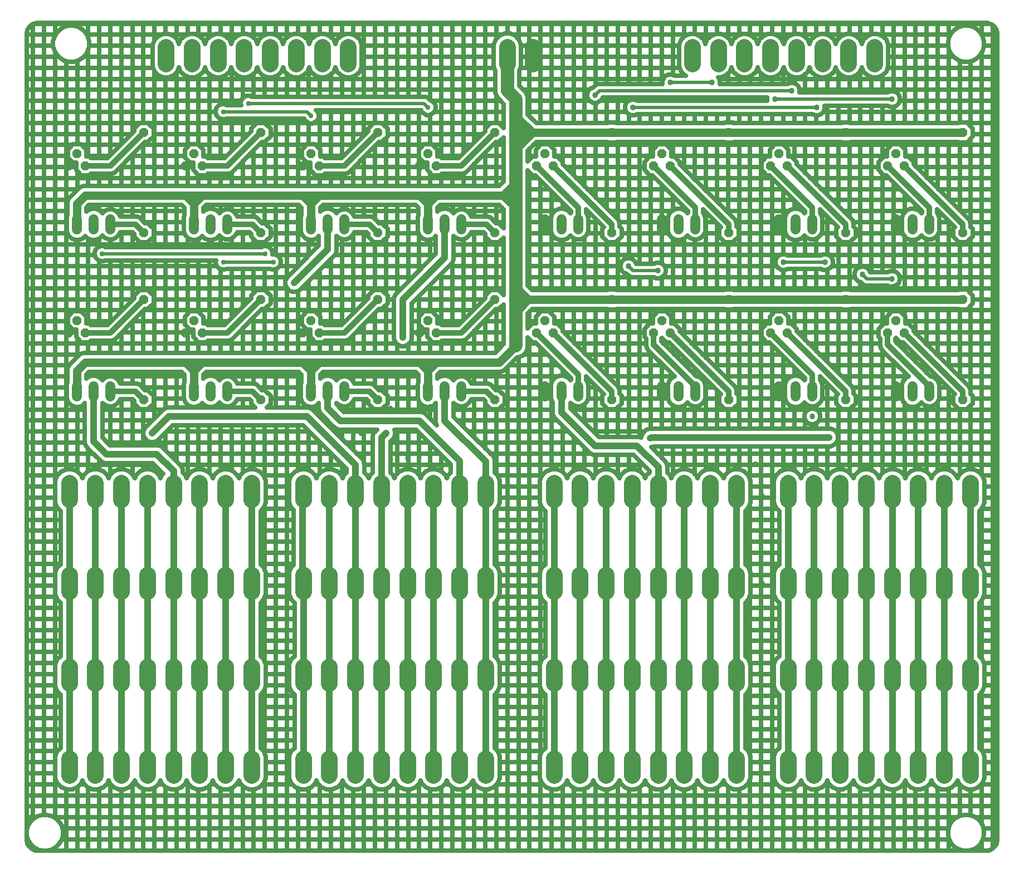
<source format=gbr>
G04 EAGLE Gerber RS-274X export*
G75*
%MOMM*%
%FSLAX34Y34*%
%LPD*%
%INBottom Copper*%
%IPPOS*%
%AMOC8*
5,1,8,0,0,1.08239X$1,22.5*%
G01*
%ADD10P,1.429621X8X22.500000*%
%ADD11C,1.524000*%
%ADD12P,1.539592X8X292.500000*%
%ADD13C,2.550000*%
%ADD14C,2.032000*%
%ADD15C,1.270000*%
%ADD16C,0.812800*%
%ADD17C,0.700000*%
%ADD18C,0.856400*%
%ADD19C,0.756400*%
%ADD20C,0.508000*%
%ADD21C,1.016000*%


D10*
X112962Y1057800D03*
X100262Y1076850D03*
X87562Y1057800D03*
D11*
X506662Y976520D02*
X506662Y961280D01*
X481262Y961280D02*
X481262Y976520D01*
X455862Y976520D02*
X455862Y961280D01*
D10*
X1179762Y1057800D03*
X1167062Y1076850D03*
X1154362Y1057800D03*
D11*
X1217862Y976520D02*
X1217862Y961280D01*
X1192462Y961280D02*
X1192462Y976520D01*
X1167062Y976520D02*
X1167062Y961280D01*
D10*
X646362Y1057800D03*
X633662Y1076850D03*
X620962Y1057800D03*
D11*
X684462Y976520D02*
X684462Y961280D01*
X659062Y961280D02*
X659062Y976520D01*
X633662Y976520D02*
X633662Y961280D01*
D10*
X1357562Y1057800D03*
X1344862Y1076850D03*
X1332162Y1057800D03*
D11*
X1395662Y976520D02*
X1395662Y961280D01*
X1370262Y961280D02*
X1370262Y976520D01*
X1344862Y976520D02*
X1344862Y961280D01*
D10*
X112962Y803800D03*
X100262Y822850D03*
X87562Y803800D03*
D11*
X151062Y722520D02*
X151062Y707280D01*
X125662Y707280D02*
X125662Y722520D01*
X100262Y722520D02*
X100262Y707280D01*
D10*
X824162Y803800D03*
X811462Y822850D03*
X798762Y803800D03*
D11*
X151062Y961280D02*
X151062Y976520D01*
X125662Y976520D02*
X125662Y961280D01*
X100262Y961280D02*
X100262Y976520D01*
X862262Y722520D02*
X862262Y707280D01*
X836862Y707280D02*
X836862Y722520D01*
X811462Y722520D02*
X811462Y707280D01*
D10*
X290762Y803800D03*
X278062Y822850D03*
X265362Y803800D03*
D11*
X328862Y722520D02*
X328862Y707280D01*
X303462Y707280D02*
X303462Y722520D01*
X278062Y722520D02*
X278062Y707280D01*
D10*
X1001962Y803800D03*
X989262Y822850D03*
X976562Y803800D03*
D11*
X1040062Y722520D02*
X1040062Y707280D01*
X1014662Y707280D02*
X1014662Y722520D01*
X989262Y722520D02*
X989262Y707280D01*
D10*
X468562Y803800D03*
X455862Y822850D03*
X443162Y803800D03*
D11*
X506662Y722520D02*
X506662Y707280D01*
X481262Y707280D02*
X481262Y722520D01*
X455862Y722520D02*
X455862Y707280D01*
D10*
X1179762Y803800D03*
X1167062Y822850D03*
X1154362Y803800D03*
D11*
X1217862Y722520D02*
X1217862Y707280D01*
X1192462Y707280D02*
X1192462Y722520D01*
X1167062Y722520D02*
X1167062Y707280D01*
D10*
X646362Y803800D03*
X633662Y822850D03*
X620962Y803800D03*
X824162Y1057800D03*
X811462Y1076850D03*
X798762Y1057800D03*
D11*
X684462Y722520D02*
X684462Y707280D01*
X659062Y707280D02*
X659062Y722520D01*
X633662Y722520D02*
X633662Y707280D01*
D10*
X1357562Y803800D03*
X1344862Y822850D03*
X1332162Y803800D03*
D11*
X1395662Y722520D02*
X1395662Y707280D01*
X1370262Y707280D02*
X1370262Y722520D01*
X1344862Y722520D02*
X1344862Y707280D01*
X862262Y961280D02*
X862262Y976520D01*
X836862Y976520D02*
X836862Y961280D01*
X811462Y961280D02*
X811462Y976520D01*
D10*
X290762Y1057800D03*
X278062Y1076850D03*
X265362Y1057800D03*
D11*
X328862Y976520D02*
X328862Y961280D01*
X303462Y961280D02*
X303462Y976520D01*
X278062Y976520D02*
X278062Y961280D01*
D10*
X1001962Y1057800D03*
X989262Y1076850D03*
X976562Y1057800D03*
D11*
X1040062Y976520D02*
X1040062Y961280D01*
X1014662Y961280D02*
X1014662Y976520D01*
X989262Y976520D02*
X989262Y961280D01*
D10*
X468562Y1057800D03*
X455862Y1076850D03*
X443162Y1057800D03*
D12*
X557462Y1108600D03*
X557462Y956200D03*
X1268662Y1108600D03*
X1268662Y956200D03*
X735262Y1108600D03*
X735262Y956200D03*
X1446462Y1108600D03*
X1446462Y956200D03*
X201862Y854600D03*
X201862Y702200D03*
X201862Y1108600D03*
X201862Y956200D03*
X913062Y854600D03*
X913062Y702200D03*
X379662Y854600D03*
X379662Y702200D03*
X1090862Y854600D03*
X1090862Y702200D03*
X557462Y854600D03*
X557462Y702200D03*
X1268662Y854600D03*
X1268662Y702200D03*
X735262Y854600D03*
X735262Y702200D03*
X1446462Y854600D03*
X1446462Y702200D03*
X913062Y1108600D03*
X913062Y956200D03*
X379662Y1108600D03*
X379662Y956200D03*
X1090862Y1108600D03*
X1090862Y956200D03*
D13*
X235462Y1212750D02*
X235462Y1238250D01*
X275062Y1238250D02*
X275062Y1212750D01*
X314662Y1212750D02*
X314662Y1238250D01*
X354262Y1238250D02*
X354262Y1212750D01*
X393862Y1212750D02*
X393862Y1238250D01*
X433462Y1238250D02*
X433462Y1212750D01*
X473062Y1212750D02*
X473062Y1238250D01*
X512662Y1238250D02*
X512662Y1212750D01*
X1035462Y1212750D02*
X1035462Y1238250D01*
X1075062Y1238250D02*
X1075062Y1212750D01*
X1114662Y1212750D02*
X1114662Y1238250D01*
X1154262Y1238250D02*
X1154262Y1212750D01*
X1193862Y1212750D02*
X1193862Y1238250D01*
X1233462Y1238250D02*
X1233462Y1212750D01*
X1273062Y1212750D02*
X1273062Y1238250D01*
X1312662Y1238250D02*
X1312662Y1212750D01*
X1180862Y575250D02*
X1180862Y549750D01*
X1220462Y549750D02*
X1220462Y575250D01*
X1260062Y575250D02*
X1260062Y549750D01*
X1299662Y549750D02*
X1299662Y575250D01*
X1339262Y575250D02*
X1339262Y549750D01*
X1378862Y549750D02*
X1378862Y575250D01*
X1418462Y575250D02*
X1418462Y549750D01*
X1458062Y549750D02*
X1458062Y575250D01*
X1180862Y435550D02*
X1180862Y410050D01*
X1220462Y410050D02*
X1220462Y435550D01*
X1260062Y435550D02*
X1260062Y410050D01*
X1299662Y410050D02*
X1299662Y435550D01*
X1339262Y435550D02*
X1339262Y410050D01*
X1378862Y410050D02*
X1378862Y435550D01*
X1418462Y435550D02*
X1418462Y410050D01*
X1458062Y410050D02*
X1458062Y435550D01*
X1180862Y295850D02*
X1180862Y270350D01*
X1220462Y270350D02*
X1220462Y295850D01*
X1260062Y295850D02*
X1260062Y270350D01*
X1299662Y270350D02*
X1299662Y295850D01*
X1339262Y295850D02*
X1339262Y270350D01*
X1378862Y270350D02*
X1378862Y295850D01*
X1418462Y295850D02*
X1418462Y270350D01*
X1458062Y270350D02*
X1458062Y295850D01*
X1180862Y156150D02*
X1180862Y130650D01*
X1220462Y130650D02*
X1220462Y156150D01*
X1260062Y156150D02*
X1260062Y130650D01*
X1299662Y130650D02*
X1299662Y156150D01*
X1339262Y156150D02*
X1339262Y130650D01*
X1378862Y130650D02*
X1378862Y156150D01*
X1418462Y156150D02*
X1418462Y130650D01*
X1458062Y130650D02*
X1458062Y156150D01*
X825262Y156150D02*
X825262Y130650D01*
X864862Y130650D02*
X864862Y156150D01*
X904462Y156150D02*
X904462Y130650D01*
X944062Y130650D02*
X944062Y156150D01*
X983662Y156150D02*
X983662Y130650D01*
X1023262Y130650D02*
X1023262Y156150D01*
X1062862Y156150D02*
X1062862Y130650D01*
X1102462Y130650D02*
X1102462Y156150D01*
X825262Y270350D02*
X825262Y295850D01*
X864862Y295850D02*
X864862Y270350D01*
X904462Y270350D02*
X904462Y295850D01*
X944062Y295850D02*
X944062Y270350D01*
X983662Y270350D02*
X983662Y295850D01*
X1023262Y295850D02*
X1023262Y270350D01*
X1062862Y270350D02*
X1062862Y295850D01*
X1102462Y295850D02*
X1102462Y270350D01*
X825262Y410050D02*
X825262Y435550D01*
X864862Y435550D02*
X864862Y410050D01*
X904462Y410050D02*
X904462Y435550D01*
X944062Y435550D02*
X944062Y410050D01*
X983662Y410050D02*
X983662Y435550D01*
X1023262Y435550D02*
X1023262Y410050D01*
X1062862Y410050D02*
X1062862Y435550D01*
X1102462Y435550D02*
X1102462Y410050D01*
X825262Y549750D02*
X825262Y575250D01*
X864862Y575250D02*
X864862Y549750D01*
X904462Y549750D02*
X904462Y575250D01*
X944062Y575250D02*
X944062Y549750D01*
X983662Y549750D02*
X983662Y575250D01*
X1023262Y575250D02*
X1023262Y549750D01*
X1062862Y549750D02*
X1062862Y575250D01*
X1102462Y575250D02*
X1102462Y549750D01*
X754262Y1212750D02*
X754262Y1238250D01*
X793862Y1238250D02*
X793862Y1212750D01*
X88662Y575250D02*
X88662Y549750D01*
X128262Y549750D02*
X128262Y575250D01*
X167862Y575250D02*
X167862Y549750D01*
X207462Y549750D02*
X207462Y575250D01*
X247062Y575250D02*
X247062Y549750D01*
X286662Y549750D02*
X286662Y575250D01*
X326262Y575250D02*
X326262Y549750D01*
X365862Y549750D02*
X365862Y575250D01*
X88662Y435550D02*
X88662Y410050D01*
X128262Y410050D02*
X128262Y435550D01*
X167862Y435550D02*
X167862Y410050D01*
X207462Y410050D02*
X207462Y435550D01*
X247062Y435550D02*
X247062Y410050D01*
X286662Y410050D02*
X286662Y435550D01*
X326262Y435550D02*
X326262Y410050D01*
X365862Y410050D02*
X365862Y435550D01*
X88662Y295850D02*
X88662Y270350D01*
X128262Y270350D02*
X128262Y295850D01*
X167862Y295850D02*
X167862Y270350D01*
X207462Y270350D02*
X207462Y295850D01*
X247062Y295850D02*
X247062Y270350D01*
X286662Y270350D02*
X286662Y295850D01*
X326262Y295850D02*
X326262Y270350D01*
X365862Y270350D02*
X365862Y295850D01*
X88662Y156150D02*
X88662Y130650D01*
X128262Y130650D02*
X128262Y156150D01*
X167862Y156150D02*
X167862Y130650D01*
X207462Y130650D02*
X207462Y156150D01*
X247062Y156150D02*
X247062Y130650D01*
X286662Y130650D02*
X286662Y156150D01*
X326262Y156150D02*
X326262Y130650D01*
X365862Y130650D02*
X365862Y156150D01*
X444262Y156150D02*
X444262Y130650D01*
X483862Y130650D02*
X483862Y156150D01*
X523462Y156150D02*
X523462Y130650D01*
X563062Y130650D02*
X563062Y156150D01*
X602662Y156150D02*
X602662Y130650D01*
X642262Y130650D02*
X642262Y156150D01*
X681862Y156150D02*
X681862Y130650D01*
X721462Y130650D02*
X721462Y156150D01*
X444262Y270350D02*
X444262Y295850D01*
X483862Y295850D02*
X483862Y270350D01*
X523462Y270350D02*
X523462Y295850D01*
X563062Y295850D02*
X563062Y270350D01*
X602662Y270350D02*
X602662Y295850D01*
X642262Y295850D02*
X642262Y270350D01*
X681862Y270350D02*
X681862Y295850D01*
X721462Y295850D02*
X721462Y270350D01*
X444262Y410050D02*
X444262Y435550D01*
X483862Y435550D02*
X483862Y410050D01*
X523462Y410050D02*
X523462Y435550D01*
X563062Y435550D02*
X563062Y410050D01*
X602662Y410050D02*
X602662Y435550D01*
X642262Y435550D02*
X642262Y410050D01*
X681862Y410050D02*
X681862Y435550D01*
X721462Y435550D02*
X721462Y410050D01*
X444262Y549750D02*
X444262Y575250D01*
X483862Y575250D02*
X483862Y549750D01*
X523462Y549750D02*
X523462Y575250D01*
X563062Y575250D02*
X563062Y549750D01*
X602662Y549750D02*
X602662Y575250D01*
X642262Y575250D02*
X642262Y549750D01*
X681862Y549750D02*
X681862Y575250D01*
X721462Y575250D02*
X721462Y549750D01*
D14*
X754262Y1172150D02*
X754262Y1225500D01*
X754262Y1172150D02*
X767012Y1159400D01*
X767012Y1127650D01*
X767012Y1114950D01*
X767012Y854600D02*
X767012Y835550D01*
X767012Y854600D02*
X767012Y873650D01*
X767012Y994300D01*
X767012Y1013350D01*
X767012Y1038750D01*
X767012Y1089550D01*
X767012Y1114950D01*
D15*
X792412Y1108600D02*
X913062Y1108600D01*
X792412Y1108600D02*
X773362Y1108600D01*
X767012Y1114950D01*
X767012Y1127650D02*
X773362Y1127650D01*
X792412Y1108600D01*
X773362Y1089550D01*
X767012Y1089550D01*
X913062Y1108600D02*
X1090862Y1108600D01*
X1268662Y1108600D01*
X1446462Y1108600D01*
X767012Y1013350D02*
X747962Y1013350D01*
X646362Y1013350D01*
X633662Y1013350D01*
X620962Y1013350D01*
X468562Y1013350D01*
X455862Y1013350D01*
X443162Y1013350D01*
X290762Y1013350D01*
X278062Y1013350D01*
X265362Y1013350D01*
X112962Y1013350D01*
X100262Y1000650D01*
X100262Y968900D01*
X278062Y968900D02*
X278062Y1000650D01*
X278062Y1013350D01*
X265362Y1013350D02*
X278062Y1000650D01*
X290762Y1013350D01*
X455862Y1013350D02*
X455862Y1000650D01*
X455862Y968900D01*
X455862Y1000650D02*
X443162Y1013350D01*
X455862Y1000650D02*
X468562Y1013350D01*
X633662Y1000650D02*
X633662Y968900D01*
X633662Y1000650D02*
X633662Y1013350D01*
X620962Y1013350D02*
X633662Y1000650D01*
X646362Y1013350D01*
X747962Y1013350D02*
X767012Y994300D01*
X747962Y1013350D02*
X767012Y1032400D01*
X767012Y1038750D01*
X786062Y854600D02*
X913062Y854600D01*
X786062Y854600D02*
X767012Y854600D01*
X767012Y873650D02*
X786062Y854600D01*
X767012Y835550D01*
X913062Y854600D02*
X1090862Y854600D01*
X1268662Y854600D01*
X1446462Y854600D01*
D14*
X767012Y835550D02*
X767012Y784750D01*
D15*
X112962Y759350D02*
X100262Y746650D01*
X100262Y714900D01*
X112962Y759350D02*
X265362Y759350D01*
X278062Y759350D01*
X290762Y759350D01*
X443162Y759350D01*
X455862Y759350D01*
X468562Y759350D01*
X620962Y759350D01*
X633662Y759350D01*
X646362Y759350D01*
X741612Y759350D01*
X767012Y784750D01*
X633662Y746650D02*
X633662Y714900D01*
X633662Y746650D02*
X633662Y759350D01*
X620962Y759350D02*
X633662Y746650D01*
X646362Y759350D01*
X455862Y746650D02*
X455862Y714900D01*
X455862Y746650D02*
X455862Y759350D01*
X443162Y759350D02*
X455862Y746650D01*
X468562Y759350D01*
X278062Y746650D02*
X278062Y714900D01*
X278062Y746650D02*
X278062Y759350D01*
X265362Y759350D02*
X278062Y746650D01*
X290762Y759350D01*
D16*
X189162Y968900D02*
X151062Y968900D01*
X189162Y968900D02*
X201862Y956200D01*
X824162Y1057800D02*
X913062Y968900D01*
X913062Y956200D01*
X862262Y994300D02*
X798762Y1057800D01*
X862262Y994300D02*
X862262Y968900D01*
D17*
X555370Y655813D02*
X551549Y651992D01*
X549482Y647001D01*
X549482Y591722D01*
X545047Y587287D01*
X543262Y582977D01*
X541477Y587287D01*
X537042Y591722D01*
X537042Y605551D01*
X534975Y610542D01*
X461025Y684492D01*
X457204Y688313D01*
X452213Y690380D01*
X388597Y690380D01*
X394338Y696121D01*
X394338Y708279D01*
X385741Y716876D01*
X381430Y716876D01*
X373549Y724758D01*
X369275Y726528D01*
X343637Y726528D01*
X341734Y731121D01*
X337463Y735392D01*
X331882Y737704D01*
X325842Y737704D01*
X320261Y735392D01*
X316824Y731955D01*
X312593Y736186D01*
X306668Y738640D01*
X300256Y738640D01*
X294331Y736186D01*
X292412Y734267D01*
X292412Y740706D01*
X296706Y745000D01*
X437218Y745000D01*
X441512Y740706D01*
X441512Y728693D01*
X440242Y725627D01*
X440242Y704173D01*
X442620Y698432D01*
X447014Y694038D01*
X452755Y691660D01*
X458969Y691660D01*
X464710Y694038D01*
X467682Y697010D01*
X467682Y686799D01*
X469749Y681808D01*
X488799Y662758D01*
X492620Y658937D01*
X497611Y656870D01*
X556427Y656870D01*
X555370Y655813D01*
X581675Y643708D02*
X583742Y648699D01*
X583742Y654101D01*
X582595Y656870D01*
X615337Y656870D01*
X668282Y603925D01*
X668282Y591722D01*
X663847Y587287D01*
X662062Y582977D01*
X660277Y587287D01*
X654299Y593265D01*
X646489Y596500D01*
X638035Y596500D01*
X630225Y593265D01*
X624247Y587287D01*
X622462Y582977D01*
X620677Y587287D01*
X614699Y593265D01*
X606889Y596500D01*
X598435Y596500D01*
X590625Y593265D01*
X584647Y587287D01*
X582862Y582977D01*
X581077Y587287D01*
X576642Y591722D01*
X576642Y638675D01*
X581675Y643708D01*
X505937Y684030D02*
X494842Y695125D01*
X494842Y697627D01*
X498061Y694408D01*
X503642Y692096D01*
X509682Y692096D01*
X515263Y694408D01*
X519534Y698679D01*
X521437Y703272D01*
X539946Y703272D01*
X542786Y700432D01*
X542786Y696121D01*
X551383Y687524D01*
X563541Y687524D01*
X572138Y696121D01*
X572138Y708279D01*
X563541Y716876D01*
X559230Y716876D01*
X551349Y724758D01*
X547075Y726528D01*
X521437Y726528D01*
X519534Y731121D01*
X515263Y735392D01*
X509682Y737704D01*
X503642Y737704D01*
X498061Y735392D01*
X494624Y731955D01*
X490393Y736186D01*
X484468Y738640D01*
X478056Y738640D01*
X472131Y736186D01*
X470212Y734267D01*
X470212Y740706D01*
X474506Y745000D01*
X615018Y745000D01*
X619312Y740706D01*
X619312Y728693D01*
X618042Y725627D01*
X618042Y704173D01*
X620420Y698432D01*
X624814Y694038D01*
X630555Y691660D01*
X636769Y691660D01*
X642510Y694038D01*
X645482Y697010D01*
X645482Y667749D01*
X647330Y663287D01*
X628654Y681963D01*
X623663Y684030D01*
X618261Y684030D01*
X505937Y684030D01*
X697334Y985121D02*
X693063Y989392D01*
X687482Y991704D01*
X681442Y991704D01*
X675861Y989392D01*
X672424Y985955D01*
X668193Y990186D01*
X662268Y992640D01*
X655856Y992640D01*
X649931Y990186D01*
X648012Y988267D01*
X648012Y994706D01*
X652306Y999000D01*
X742018Y999000D01*
X748852Y992166D01*
X748852Y963365D01*
X741341Y970876D01*
X737030Y970876D01*
X729149Y978758D01*
X724875Y980528D01*
X699237Y980528D01*
X697334Y985121D01*
X23752Y1257800D02*
X23752Y33700D01*
X23752Y1257800D02*
X23903Y1260099D01*
X25092Y1264539D01*
X25092Y1264539D01*
X27391Y1268520D01*
X30642Y1271771D01*
X34623Y1274070D01*
X39063Y1275259D01*
X41362Y1275410D01*
X1481362Y1275410D01*
X1483661Y1275259D01*
X1488101Y1274070D01*
X1492082Y1271771D01*
X1495333Y1268520D01*
X1497632Y1264539D01*
X1498821Y1260099D01*
X1498972Y1257800D01*
X1498972Y33700D01*
X1498821Y31401D01*
X1497632Y26961D01*
X1495333Y22980D01*
X1492082Y19729D01*
X1488101Y17430D01*
X1483661Y16241D01*
X1481362Y16090D01*
X41362Y16090D01*
X39063Y16241D01*
X34623Y17430D01*
X30642Y19729D01*
X27391Y22980D01*
X25092Y26961D01*
X23903Y31401D01*
X23752Y33700D01*
X994758Y896694D02*
X994758Y901406D01*
X992955Y905760D01*
X989622Y909093D01*
X985268Y910896D01*
X980556Y910896D01*
X976350Y909154D01*
X949729Y909154D01*
X948505Y912110D01*
X945172Y915443D01*
X940818Y917246D01*
X936106Y917246D01*
X931752Y915443D01*
X928419Y912110D01*
X926616Y907756D01*
X926616Y903044D01*
X928419Y898690D01*
X931752Y895357D01*
X935957Y893615D01*
X939089Y890484D01*
X942802Y888946D01*
X976350Y888946D01*
X980556Y887204D01*
X985268Y887204D01*
X989622Y889007D01*
X992955Y892340D01*
X994758Y896694D01*
X397358Y926707D02*
X395631Y930877D01*
X392439Y934069D01*
X388269Y935796D01*
X383755Y935796D01*
X380757Y934554D01*
X143617Y934554D01*
X140619Y935796D01*
X136105Y935796D01*
X131935Y934069D01*
X128743Y930877D01*
X127016Y926707D01*
X127016Y922193D01*
X128743Y918023D01*
X131935Y914831D01*
X136105Y913104D01*
X140619Y913104D01*
X143617Y914346D01*
X311307Y914346D01*
X311166Y914007D01*
X311166Y909493D01*
X312893Y905323D01*
X316085Y902131D01*
X320255Y900404D01*
X324769Y900404D01*
X327767Y901646D01*
X393457Y901646D01*
X396455Y900404D01*
X400969Y900404D01*
X405139Y902131D01*
X408331Y905323D01*
X410058Y909493D01*
X410058Y914007D01*
X408331Y918177D01*
X405139Y921369D01*
X400969Y923096D01*
X397358Y923096D01*
X397358Y926707D01*
X1350358Y888706D02*
X1350358Y883994D01*
X1350358Y888706D02*
X1348555Y893060D01*
X1345222Y896393D01*
X1340868Y898196D01*
X1336156Y898196D01*
X1331950Y896454D01*
X1305329Y896454D01*
X1304105Y899410D01*
X1300772Y902743D01*
X1296418Y904546D01*
X1291706Y904546D01*
X1287352Y902743D01*
X1284019Y899410D01*
X1282216Y895056D01*
X1282216Y890344D01*
X1284019Y885990D01*
X1287352Y882657D01*
X1291557Y880915D01*
X1294689Y877784D01*
X1298402Y876246D01*
X1331950Y876246D01*
X1336156Y874504D01*
X1340868Y874504D01*
X1345222Y876307D01*
X1348555Y879640D01*
X1350358Y883994D01*
X1159612Y160377D02*
X1159612Y126423D01*
X1162847Y118613D01*
X1168825Y112635D01*
X1176635Y109400D01*
X1185089Y109400D01*
X1192899Y112635D01*
X1198877Y118613D01*
X1200662Y122923D01*
X1202447Y118613D01*
X1208425Y112635D01*
X1216235Y109400D01*
X1224689Y109400D01*
X1232499Y112635D01*
X1238477Y118613D01*
X1240262Y122923D01*
X1242047Y118613D01*
X1248025Y112635D01*
X1255835Y109400D01*
X1264289Y109400D01*
X1272099Y112635D01*
X1278077Y118613D01*
X1279862Y122923D01*
X1281647Y118613D01*
X1287625Y112635D01*
X1295435Y109400D01*
X1303889Y109400D01*
X1311699Y112635D01*
X1317677Y118613D01*
X1319462Y122923D01*
X1321247Y118613D01*
X1327225Y112635D01*
X1335035Y109400D01*
X1343489Y109400D01*
X1351299Y112635D01*
X1357277Y118613D01*
X1359062Y122923D01*
X1360847Y118613D01*
X1366825Y112635D01*
X1374635Y109400D01*
X1383089Y109400D01*
X1390899Y112635D01*
X1396877Y118613D01*
X1398662Y122923D01*
X1400447Y118613D01*
X1406425Y112635D01*
X1414235Y109400D01*
X1422689Y109400D01*
X1430499Y112635D01*
X1436477Y118613D01*
X1438262Y122923D01*
X1440047Y118613D01*
X1446025Y112635D01*
X1453835Y109400D01*
X1462289Y109400D01*
X1470099Y112635D01*
X1476077Y118613D01*
X1479312Y126423D01*
X1479312Y160377D01*
X1476077Y168187D01*
X1471642Y172622D01*
X1471642Y253878D01*
X1476077Y258313D01*
X1479312Y266123D01*
X1479312Y300077D01*
X1476077Y307887D01*
X1471642Y312322D01*
X1471642Y393578D01*
X1476077Y398013D01*
X1479312Y405823D01*
X1479312Y439777D01*
X1476077Y447587D01*
X1471642Y452022D01*
X1471642Y533278D01*
X1476077Y537713D01*
X1479312Y545523D01*
X1479312Y579477D01*
X1476077Y587287D01*
X1470099Y593265D01*
X1462289Y596500D01*
X1453835Y596500D01*
X1446025Y593265D01*
X1440047Y587287D01*
X1438262Y582977D01*
X1436477Y587287D01*
X1430499Y593265D01*
X1422689Y596500D01*
X1414235Y596500D01*
X1406425Y593265D01*
X1400447Y587287D01*
X1398662Y582977D01*
X1396877Y587287D01*
X1390899Y593265D01*
X1383089Y596500D01*
X1374635Y596500D01*
X1366825Y593265D01*
X1360847Y587287D01*
X1359062Y582977D01*
X1357277Y587287D01*
X1351299Y593265D01*
X1343489Y596500D01*
X1335035Y596500D01*
X1327225Y593265D01*
X1321247Y587287D01*
X1319462Y582977D01*
X1317677Y587287D01*
X1311699Y593265D01*
X1303889Y596500D01*
X1295435Y596500D01*
X1287625Y593265D01*
X1281647Y587287D01*
X1279862Y582977D01*
X1278077Y587287D01*
X1272099Y593265D01*
X1264289Y596500D01*
X1255835Y596500D01*
X1248025Y593265D01*
X1242047Y587287D01*
X1240262Y582977D01*
X1238477Y587287D01*
X1232499Y593265D01*
X1224689Y596500D01*
X1216235Y596500D01*
X1208425Y593265D01*
X1202447Y587287D01*
X1200662Y582977D01*
X1198877Y587287D01*
X1192899Y593265D01*
X1185089Y596500D01*
X1176635Y596500D01*
X1168825Y593265D01*
X1162847Y587287D01*
X1159612Y579477D01*
X1159612Y545523D01*
X1162847Y537713D01*
X1167282Y533278D01*
X1167282Y452022D01*
X1162847Y447587D01*
X1159612Y439777D01*
X1159612Y405823D01*
X1162847Y398013D01*
X1167282Y393578D01*
X1167282Y312322D01*
X1162847Y307887D01*
X1159612Y300077D01*
X1159612Y266123D01*
X1162847Y258313D01*
X1167282Y253878D01*
X1167282Y172622D01*
X1162847Y168187D01*
X1159612Y160377D01*
X1015148Y1208709D02*
X1015148Y1242291D01*
X1015148Y1208709D02*
X1018241Y1201243D01*
X1023955Y1195529D01*
X1025463Y1194904D01*
X1008524Y1194904D01*
X1004318Y1196646D01*
X999606Y1196646D01*
X995252Y1194843D01*
X991919Y1191510D01*
X990116Y1187156D01*
X990116Y1182444D01*
X990215Y1182204D01*
X892002Y1182204D01*
X888289Y1180666D01*
X885446Y1177823D01*
X885446Y1177823D01*
X885157Y1177535D01*
X880952Y1175793D01*
X877619Y1172460D01*
X875816Y1168106D01*
X875816Y1163394D01*
X877619Y1159040D01*
X880952Y1155707D01*
X885306Y1153904D01*
X890018Y1153904D01*
X894372Y1155707D01*
X897705Y1159040D01*
X898929Y1161996D01*
X1148965Y1161996D01*
X1148866Y1161756D01*
X1148866Y1157044D01*
X1148965Y1156804D01*
X951374Y1156804D01*
X947168Y1158546D01*
X942456Y1158546D01*
X938102Y1156743D01*
X934769Y1153410D01*
X932966Y1149056D01*
X932966Y1144344D01*
X934769Y1139990D01*
X938102Y1136657D01*
X942456Y1134854D01*
X947168Y1134854D01*
X951374Y1136596D01*
X1217650Y1136596D01*
X1221856Y1134854D01*
X1226568Y1134854D01*
X1230922Y1136657D01*
X1234255Y1139990D01*
X1236058Y1144344D01*
X1236058Y1149056D01*
X1235959Y1149296D01*
X1331950Y1149296D01*
X1336156Y1147554D01*
X1340868Y1147554D01*
X1345222Y1149357D01*
X1348555Y1152690D01*
X1350358Y1157044D01*
X1350358Y1161756D01*
X1348555Y1166110D01*
X1345222Y1169443D01*
X1340868Y1171246D01*
X1336156Y1171246D01*
X1331950Y1169504D01*
X1197859Y1169504D01*
X1197958Y1169744D01*
X1197958Y1174456D01*
X1196155Y1178810D01*
X1192822Y1182143D01*
X1188468Y1183946D01*
X1183756Y1183946D01*
X1179550Y1182204D01*
X1077209Y1182204D01*
X1077308Y1182444D01*
X1077308Y1187156D01*
X1075505Y1191510D01*
X1074579Y1192436D01*
X1079103Y1192436D01*
X1086569Y1195529D01*
X1092283Y1201243D01*
X1094862Y1207468D01*
X1097441Y1201243D01*
X1103155Y1195529D01*
X1110621Y1192436D01*
X1118703Y1192436D01*
X1126169Y1195529D01*
X1131883Y1201243D01*
X1134462Y1207468D01*
X1137041Y1201243D01*
X1142755Y1195529D01*
X1150221Y1192436D01*
X1158303Y1192436D01*
X1165769Y1195529D01*
X1171483Y1201243D01*
X1174062Y1207468D01*
X1176641Y1201243D01*
X1182355Y1195529D01*
X1189821Y1192436D01*
X1197903Y1192436D01*
X1205369Y1195529D01*
X1211083Y1201243D01*
X1213662Y1207468D01*
X1216241Y1201243D01*
X1221955Y1195529D01*
X1229421Y1192436D01*
X1237503Y1192436D01*
X1244969Y1195529D01*
X1250683Y1201243D01*
X1253262Y1207468D01*
X1255841Y1201243D01*
X1261555Y1195529D01*
X1269021Y1192436D01*
X1277103Y1192436D01*
X1284569Y1195529D01*
X1290283Y1201243D01*
X1292862Y1207468D01*
X1295441Y1201243D01*
X1301155Y1195529D01*
X1308621Y1192436D01*
X1316703Y1192436D01*
X1324169Y1195529D01*
X1329883Y1201243D01*
X1332976Y1208709D01*
X1332976Y1242291D01*
X1329883Y1249757D01*
X1324169Y1255471D01*
X1316703Y1258564D01*
X1308621Y1258564D01*
X1301155Y1255471D01*
X1295441Y1249757D01*
X1292862Y1243532D01*
X1290283Y1249757D01*
X1284569Y1255471D01*
X1277103Y1258564D01*
X1269021Y1258564D01*
X1261555Y1255471D01*
X1255841Y1249757D01*
X1253262Y1243532D01*
X1250683Y1249757D01*
X1244969Y1255471D01*
X1237503Y1258564D01*
X1229421Y1258564D01*
X1221955Y1255471D01*
X1216241Y1249757D01*
X1213662Y1243532D01*
X1211083Y1249757D01*
X1205369Y1255471D01*
X1197903Y1258564D01*
X1189821Y1258564D01*
X1182355Y1255471D01*
X1176641Y1249757D01*
X1174062Y1243532D01*
X1171483Y1249757D01*
X1165769Y1255471D01*
X1158303Y1258564D01*
X1150221Y1258564D01*
X1142755Y1255471D01*
X1137041Y1249757D01*
X1134462Y1243532D01*
X1131883Y1249757D01*
X1126169Y1255471D01*
X1118703Y1258564D01*
X1110621Y1258564D01*
X1103155Y1255471D01*
X1097441Y1249757D01*
X1094862Y1243532D01*
X1092283Y1249757D01*
X1086569Y1255471D01*
X1079103Y1258564D01*
X1071021Y1258564D01*
X1063555Y1255471D01*
X1057841Y1249757D01*
X1055262Y1243532D01*
X1052683Y1249757D01*
X1046969Y1255471D01*
X1039503Y1258564D01*
X1031421Y1258564D01*
X1023955Y1255471D01*
X1018241Y1249757D01*
X1015148Y1242291D01*
X474431Y1071968D02*
X470030Y1071968D01*
X470030Y1082719D01*
X461731Y1091018D01*
X449993Y1091018D01*
X441694Y1082719D01*
X441694Y1070981D01*
X449993Y1062682D01*
X454394Y1062682D01*
X454394Y1051931D01*
X462693Y1043632D01*
X474431Y1043632D01*
X476971Y1046172D01*
X508975Y1046172D01*
X513249Y1047942D01*
X559230Y1093924D01*
X563541Y1093924D01*
X572138Y1102521D01*
X572138Y1114679D01*
X563541Y1123276D01*
X551383Y1123276D01*
X542786Y1114679D01*
X542786Y1110368D01*
X501846Y1069428D01*
X476971Y1069428D01*
X474431Y1071968D01*
X296631Y1071968D02*
X292230Y1071968D01*
X292230Y1082719D01*
X283931Y1091018D01*
X272193Y1091018D01*
X263894Y1082719D01*
X263894Y1070981D01*
X272193Y1062682D01*
X276594Y1062682D01*
X276594Y1051931D01*
X284893Y1043632D01*
X296631Y1043632D01*
X299171Y1046172D01*
X331175Y1046172D01*
X335449Y1047942D01*
X381430Y1093924D01*
X385741Y1093924D01*
X394338Y1102521D01*
X394338Y1114679D01*
X385741Y1123276D01*
X373583Y1123276D01*
X364986Y1114679D01*
X364986Y1110368D01*
X324046Y1069428D01*
X299171Y1069428D01*
X296631Y1071968D01*
X1233046Y725540D02*
X1233046Y704260D01*
X1233046Y725540D02*
X1230734Y731121D01*
X1229490Y732365D01*
X1229490Y737628D01*
X1256412Y710705D01*
X1253986Y708279D01*
X1253986Y696121D01*
X1262583Y687524D01*
X1274741Y687524D01*
X1283338Y696121D01*
X1283338Y708279D01*
X1280290Y711327D01*
X1280290Y717213D01*
X1278520Y721487D01*
X1193930Y806076D01*
X1193930Y809669D01*
X1185631Y817968D01*
X1181230Y817968D01*
X1181230Y828719D01*
X1172931Y837018D01*
X1161193Y837018D01*
X1152894Y828719D01*
X1152894Y817968D01*
X1148493Y817968D01*
X1140194Y809669D01*
X1140194Y797931D01*
X1148493Y789632D01*
X1152086Y789632D01*
X1206234Y735484D01*
X1206234Y732365D01*
X1205824Y731955D01*
X1201593Y736186D01*
X1195668Y738640D01*
X1189256Y738640D01*
X1183331Y736186D01*
X1178796Y731651D01*
X1176342Y725726D01*
X1176342Y704074D01*
X1178796Y698149D01*
X1183331Y693614D01*
X1189256Y691160D01*
X1195668Y691160D01*
X1201593Y693614D01*
X1205824Y697845D01*
X1209261Y694408D01*
X1214842Y692096D01*
X1220882Y692096D01*
X1226463Y694408D01*
X1230734Y698679D01*
X1233046Y704260D01*
X1055246Y704260D02*
X1055246Y725540D01*
X1052934Y731121D01*
X1048663Y735392D01*
X1043082Y737704D01*
X1041322Y737704D01*
X988190Y790836D01*
X988190Y795391D01*
X989262Y796463D01*
X996093Y789632D01*
X999686Y789632D01*
X1078612Y710705D01*
X1076186Y708279D01*
X1076186Y696121D01*
X1084783Y687524D01*
X1096941Y687524D01*
X1105538Y696121D01*
X1105538Y708279D01*
X1102490Y711327D01*
X1102490Y717213D01*
X1100720Y721487D01*
X1016130Y806076D01*
X1016130Y809669D01*
X1007831Y817968D01*
X1003430Y817968D01*
X1003430Y828719D01*
X995131Y837018D01*
X983393Y837018D01*
X975094Y828719D01*
X975094Y817968D01*
X970693Y817968D01*
X962394Y809669D01*
X962394Y797931D01*
X964934Y795391D01*
X964934Y783707D01*
X966704Y779433D01*
X969975Y776162D01*
X1008657Y737481D01*
X1005531Y736186D01*
X1000996Y731651D01*
X998542Y725726D01*
X998542Y704074D01*
X1000996Y698149D01*
X1005531Y693614D01*
X1011456Y691160D01*
X1017868Y691160D01*
X1023793Y693614D01*
X1028024Y697845D01*
X1031461Y694408D01*
X1037042Y692096D01*
X1043082Y692096D01*
X1048663Y694408D01*
X1052934Y698679D01*
X1055246Y704260D01*
X118752Y1240094D02*
X118752Y1247306D01*
X116885Y1254272D01*
X113279Y1260518D01*
X108180Y1265617D01*
X101934Y1269223D01*
X94968Y1271090D01*
X87756Y1271090D01*
X80790Y1269223D01*
X74544Y1265617D01*
X69445Y1260518D01*
X65839Y1254272D01*
X63972Y1247306D01*
X63972Y1240094D01*
X65839Y1233128D01*
X69445Y1226882D01*
X74544Y1221783D01*
X80790Y1218177D01*
X87756Y1216310D01*
X94968Y1216310D01*
X101934Y1218177D01*
X108180Y1221783D01*
X113279Y1226882D01*
X116885Y1233128D01*
X118752Y1240094D01*
X1478752Y1240094D02*
X1478752Y1247306D01*
X1476885Y1254272D01*
X1473279Y1260518D01*
X1468180Y1265617D01*
X1461934Y1269223D01*
X1454968Y1271090D01*
X1447756Y1271090D01*
X1440790Y1269223D01*
X1434544Y1265617D01*
X1429445Y1260518D01*
X1425839Y1254272D01*
X1423972Y1247306D01*
X1423972Y1240094D01*
X1425839Y1233128D01*
X1429445Y1226882D01*
X1434544Y1221783D01*
X1440790Y1218177D01*
X1447756Y1216310D01*
X1454968Y1216310D01*
X1461934Y1218177D01*
X1468180Y1221783D01*
X1473279Y1226882D01*
X1476885Y1233128D01*
X1478752Y1240094D01*
X78752Y47306D02*
X78752Y40094D01*
X78752Y47306D02*
X76885Y54272D01*
X73279Y60518D01*
X68180Y65617D01*
X61934Y69223D01*
X54968Y71090D01*
X47756Y71090D01*
X40790Y69223D01*
X34544Y65617D01*
X29445Y60518D01*
X25839Y54272D01*
X23972Y47306D01*
X23972Y40094D01*
X25839Y33128D01*
X29445Y26882D01*
X34544Y21783D01*
X40790Y18177D01*
X47756Y16310D01*
X54968Y16310D01*
X61934Y18177D01*
X68180Y21783D01*
X73279Y26882D01*
X76885Y33128D01*
X78752Y40094D01*
X1478752Y40094D02*
X1478752Y47306D01*
X1476885Y54272D01*
X1473279Y60518D01*
X1468180Y65617D01*
X1461934Y69223D01*
X1454968Y71090D01*
X1447756Y71090D01*
X1440790Y69223D01*
X1434544Y65617D01*
X1429445Y60518D01*
X1425839Y54272D01*
X1423972Y47306D01*
X1423972Y40094D01*
X1425839Y33128D01*
X1429445Y26882D01*
X1434544Y21783D01*
X1440790Y18177D01*
X1447756Y16310D01*
X1454968Y16310D01*
X1461934Y18177D01*
X1468180Y21783D01*
X1473279Y26882D01*
X1476885Y33128D01*
X1478752Y40094D01*
X118831Y817968D02*
X114430Y817968D01*
X114430Y828719D01*
X106131Y837018D01*
X94393Y837018D01*
X86094Y828719D01*
X86094Y816981D01*
X94393Y808682D01*
X98794Y808682D01*
X98794Y797931D01*
X107093Y789632D01*
X118831Y789632D01*
X121371Y792172D01*
X153375Y792172D01*
X157649Y793942D01*
X203630Y839924D01*
X207941Y839924D01*
X216538Y848521D01*
X216538Y860679D01*
X207941Y869276D01*
X195783Y869276D01*
X187186Y860679D01*
X187186Y856368D01*
X146246Y815428D01*
X121371Y815428D01*
X118831Y817968D01*
X1055246Y958260D02*
X1055246Y979540D01*
X1052934Y985121D01*
X1051690Y986365D01*
X1051690Y991628D01*
X1078612Y964705D01*
X1076186Y962279D01*
X1076186Y950121D01*
X1084783Y941524D01*
X1096941Y941524D01*
X1105538Y950121D01*
X1105538Y962279D01*
X1102490Y965327D01*
X1102490Y971213D01*
X1100720Y975487D01*
X1016130Y1060076D01*
X1016130Y1063669D01*
X1007831Y1071968D01*
X1003430Y1071968D01*
X1003430Y1082719D01*
X995131Y1091018D01*
X983393Y1091018D01*
X975094Y1082719D01*
X975094Y1071968D01*
X970693Y1071968D01*
X962394Y1063669D01*
X962394Y1051931D01*
X970693Y1043632D01*
X974286Y1043632D01*
X1028434Y989484D01*
X1028434Y986365D01*
X1028024Y985955D01*
X1023793Y990186D01*
X1017868Y992640D01*
X1011456Y992640D01*
X1005531Y990186D01*
X1000996Y985651D01*
X998542Y979726D01*
X998542Y958074D01*
X1000996Y952149D01*
X1005531Y947614D01*
X1011456Y945160D01*
X1017868Y945160D01*
X1023793Y947614D01*
X1028024Y951845D01*
X1031461Y948408D01*
X1037042Y946096D01*
X1043082Y946096D01*
X1048663Y948408D01*
X1052934Y952679D01*
X1055246Y958260D01*
X1283338Y962279D02*
X1283338Y950121D01*
X1283338Y962279D02*
X1280290Y965327D01*
X1280290Y971213D01*
X1278520Y975487D01*
X1275249Y978758D01*
X1193930Y1060076D01*
X1193930Y1063669D01*
X1185631Y1071968D01*
X1181230Y1071968D01*
X1181230Y1082719D01*
X1172931Y1091018D01*
X1161193Y1091018D01*
X1152894Y1082719D01*
X1152894Y1071968D01*
X1148493Y1071968D01*
X1140194Y1063669D01*
X1140194Y1051931D01*
X1148493Y1043632D01*
X1152086Y1043632D01*
X1206234Y989484D01*
X1206234Y986365D01*
X1205824Y985955D01*
X1201593Y990186D01*
X1195668Y992640D01*
X1189256Y992640D01*
X1183331Y990186D01*
X1178796Y985651D01*
X1176342Y979726D01*
X1176342Y958074D01*
X1178796Y952149D01*
X1183331Y947614D01*
X1189256Y945160D01*
X1195668Y945160D01*
X1201593Y947614D01*
X1205824Y951845D01*
X1209261Y948408D01*
X1214842Y946096D01*
X1220882Y946096D01*
X1226463Y948408D01*
X1230734Y952679D01*
X1233046Y958260D01*
X1233046Y979540D01*
X1230734Y985121D01*
X1229490Y986365D01*
X1229490Y991628D01*
X1256412Y964705D01*
X1253986Y962279D01*
X1253986Y950121D01*
X1262583Y941524D01*
X1274741Y941524D01*
X1283338Y950121D01*
X1461138Y950121D02*
X1461138Y962279D01*
X1458090Y965327D01*
X1458090Y971213D01*
X1456320Y975487D01*
X1453049Y978758D01*
X1453049Y978758D01*
X1371730Y1060076D01*
X1371730Y1063669D01*
X1363431Y1071968D01*
X1359030Y1071968D01*
X1359030Y1082719D01*
X1350731Y1091018D01*
X1338993Y1091018D01*
X1330694Y1082719D01*
X1330694Y1071968D01*
X1326293Y1071968D01*
X1317994Y1063669D01*
X1317994Y1051931D01*
X1326293Y1043632D01*
X1329886Y1043632D01*
X1384034Y989484D01*
X1384034Y986365D01*
X1383624Y985955D01*
X1379393Y990186D01*
X1373468Y992640D01*
X1367056Y992640D01*
X1361131Y990186D01*
X1356596Y985651D01*
X1354142Y979726D01*
X1354142Y958074D01*
X1356596Y952149D01*
X1361131Y947614D01*
X1367056Y945160D01*
X1373468Y945160D01*
X1379393Y947614D01*
X1383624Y951845D01*
X1387061Y948408D01*
X1392642Y946096D01*
X1398682Y946096D01*
X1404263Y948408D01*
X1408534Y952679D01*
X1410846Y958260D01*
X1410846Y979540D01*
X1408534Y985121D01*
X1407290Y986365D01*
X1407290Y991628D01*
X1434212Y964705D01*
X1431786Y962279D01*
X1431786Y950121D01*
X1440383Y941524D01*
X1452541Y941524D01*
X1461138Y950121D01*
X216538Y1102521D02*
X216538Y1114679D01*
X207941Y1123276D01*
X195783Y1123276D01*
X187186Y1114679D01*
X187186Y1110368D01*
X146246Y1069428D01*
X121371Y1069428D01*
X118831Y1071968D01*
X114430Y1071968D01*
X114430Y1082719D01*
X106131Y1091018D01*
X94394Y1091018D01*
X86094Y1082719D01*
X86094Y1070981D01*
X94394Y1062682D01*
X98794Y1062682D01*
X98794Y1051931D01*
X107094Y1043632D01*
X118831Y1043632D01*
X121371Y1046172D01*
X153375Y1046172D01*
X157649Y1047942D01*
X203630Y1093924D01*
X207941Y1093924D01*
X216538Y1102521D01*
X394338Y860679D02*
X394338Y848521D01*
X394338Y860679D02*
X385741Y869276D01*
X373583Y869276D01*
X364986Y860679D01*
X364986Y856368D01*
X324046Y815428D01*
X299171Y815428D01*
X296631Y817968D01*
X292230Y817968D01*
X292230Y828719D01*
X283931Y837018D01*
X272193Y837018D01*
X263894Y828719D01*
X263894Y816981D01*
X272193Y808682D01*
X276594Y808682D01*
X276594Y797931D01*
X284893Y789632D01*
X296631Y789632D01*
X299171Y792172D01*
X331175Y792172D01*
X335449Y793942D01*
X381430Y839924D01*
X385741Y839924D01*
X394338Y848521D01*
X572138Y848521D02*
X572138Y860679D01*
X563541Y869276D01*
X551383Y869276D01*
X542786Y860679D01*
X542786Y856368D01*
X501846Y815428D01*
X476971Y815428D01*
X474431Y817968D01*
X470030Y817968D01*
X470030Y828719D01*
X461731Y837018D01*
X449993Y837018D01*
X441694Y828719D01*
X441694Y816981D01*
X449993Y808682D01*
X454394Y808682D01*
X454394Y797931D01*
X462693Y789632D01*
X474431Y789632D01*
X476971Y792172D01*
X508975Y792172D01*
X513249Y793942D01*
X559230Y839924D01*
X563541Y839924D01*
X572138Y848521D01*
X1461138Y708279D02*
X1461138Y696121D01*
X1461138Y708279D02*
X1458090Y711327D01*
X1458090Y717213D01*
X1456320Y721487D01*
X1453049Y724758D01*
X1453049Y724758D01*
X1371730Y806076D01*
X1371730Y809669D01*
X1363431Y817968D01*
X1359030Y817968D01*
X1359030Y828719D01*
X1350731Y837018D01*
X1338993Y837018D01*
X1330694Y828719D01*
X1330694Y817968D01*
X1326293Y817968D01*
X1317994Y809669D01*
X1317994Y797931D01*
X1320534Y795391D01*
X1320534Y783707D01*
X1322304Y779433D01*
X1325575Y776162D01*
X1325575Y776162D01*
X1364257Y737481D01*
X1361131Y736186D01*
X1356596Y731651D01*
X1354142Y725726D01*
X1354142Y704074D01*
X1356596Y698149D01*
X1361131Y693614D01*
X1367056Y691160D01*
X1373468Y691160D01*
X1379393Y693614D01*
X1383624Y697845D01*
X1387061Y694408D01*
X1392642Y692096D01*
X1398682Y692096D01*
X1404263Y694408D01*
X1408534Y698679D01*
X1410846Y704260D01*
X1410846Y725540D01*
X1408534Y731121D01*
X1404263Y735392D01*
X1398682Y737704D01*
X1396922Y737704D01*
X1343790Y790836D01*
X1343790Y795391D01*
X1344862Y796463D01*
X1351693Y789632D01*
X1355286Y789632D01*
X1434212Y710705D01*
X1431786Y708279D01*
X1431786Y696121D01*
X1440383Y687524D01*
X1452541Y687524D01*
X1461138Y696121D01*
X215148Y1208709D02*
X215148Y1242291D01*
X215148Y1208709D02*
X218241Y1201243D01*
X223955Y1195529D01*
X231421Y1192436D01*
X239503Y1192436D01*
X246969Y1195529D01*
X252683Y1201243D01*
X255262Y1207468D01*
X257841Y1201243D01*
X263555Y1195529D01*
X271021Y1192436D01*
X279103Y1192436D01*
X286569Y1195529D01*
X292283Y1201243D01*
X294862Y1207468D01*
X297441Y1201243D01*
X303155Y1195529D01*
X310621Y1192436D01*
X318703Y1192436D01*
X326169Y1195529D01*
X331883Y1201243D01*
X334462Y1207468D01*
X337041Y1201243D01*
X342755Y1195529D01*
X350221Y1192436D01*
X358303Y1192436D01*
X365769Y1195529D01*
X371483Y1201243D01*
X374062Y1207468D01*
X376641Y1201243D01*
X382355Y1195529D01*
X389821Y1192436D01*
X397903Y1192436D01*
X405369Y1195529D01*
X411083Y1201243D01*
X413662Y1207468D01*
X416241Y1201243D01*
X421955Y1195529D01*
X429421Y1192436D01*
X437503Y1192436D01*
X444969Y1195529D01*
X450683Y1201243D01*
X453262Y1207468D01*
X455841Y1201243D01*
X461555Y1195529D01*
X469021Y1192436D01*
X477103Y1192436D01*
X484569Y1195529D01*
X490283Y1201243D01*
X492862Y1207468D01*
X495441Y1201243D01*
X501155Y1195529D01*
X508621Y1192436D01*
X516703Y1192436D01*
X524169Y1195529D01*
X529883Y1201243D01*
X532976Y1208709D01*
X532976Y1242291D01*
X529883Y1249757D01*
X524169Y1255471D01*
X516703Y1258564D01*
X508621Y1258564D01*
X501155Y1255471D01*
X495441Y1249757D01*
X492862Y1243532D01*
X490283Y1249757D01*
X484569Y1255471D01*
X477103Y1258564D01*
X469021Y1258564D01*
X461555Y1255471D01*
X455841Y1249757D01*
X453262Y1243532D01*
X450683Y1249757D01*
X444969Y1255471D01*
X437503Y1258564D01*
X429421Y1258564D01*
X421955Y1255471D01*
X416241Y1249757D01*
X413662Y1243532D01*
X411083Y1249757D01*
X405369Y1255471D01*
X397903Y1258564D01*
X389821Y1258564D01*
X382355Y1255471D01*
X376641Y1249757D01*
X374062Y1243532D01*
X371483Y1249757D01*
X365769Y1255471D01*
X358303Y1258564D01*
X350221Y1258564D01*
X342755Y1255471D01*
X337041Y1249757D01*
X334462Y1243532D01*
X331883Y1249757D01*
X326169Y1255471D01*
X318703Y1258564D01*
X310621Y1258564D01*
X303155Y1255471D01*
X297441Y1249757D01*
X294862Y1243532D01*
X292283Y1249757D01*
X286569Y1255471D01*
X279103Y1258564D01*
X271021Y1258564D01*
X263555Y1255471D01*
X257841Y1249757D01*
X255262Y1243532D01*
X252683Y1249757D01*
X246969Y1255471D01*
X239503Y1258564D01*
X231421Y1258564D01*
X223955Y1255471D01*
X218241Y1249757D01*
X215148Y1242291D01*
X467208Y1136257D02*
X467208Y1131743D01*
X467208Y1136257D02*
X465481Y1140427D01*
X462962Y1142946D01*
X622936Y1142946D01*
X624043Y1140273D01*
X627235Y1137081D01*
X631405Y1135354D01*
X635919Y1135354D01*
X640089Y1137081D01*
X643281Y1140273D01*
X645008Y1144443D01*
X645008Y1148957D01*
X643281Y1153127D01*
X640089Y1156319D01*
X637091Y1157561D01*
X633035Y1161616D01*
X629322Y1163154D01*
X365867Y1163154D01*
X362869Y1164396D01*
X358355Y1164396D01*
X354185Y1162669D01*
X350993Y1159477D01*
X349266Y1155307D01*
X349266Y1150793D01*
X349407Y1150454D01*
X327767Y1150454D01*
X324769Y1151696D01*
X320255Y1151696D01*
X316085Y1149969D01*
X312893Y1146777D01*
X311166Y1142607D01*
X311166Y1138093D01*
X312893Y1133923D01*
X316085Y1130731D01*
X320255Y1129004D01*
X324769Y1129004D01*
X327767Y1130246D01*
X445136Y1130246D01*
X446243Y1127573D01*
X449435Y1124381D01*
X453605Y1122654D01*
X458119Y1122654D01*
X462289Y1124381D01*
X465481Y1127573D01*
X467208Y1131743D01*
X959849Y651392D02*
X957782Y646401D01*
X957782Y644307D01*
X953863Y645930D01*
X893287Y645930D01*
X850442Y688775D01*
X850442Y697627D01*
X853661Y694408D01*
X859242Y692096D01*
X865282Y692096D01*
X870863Y694408D01*
X875134Y698679D01*
X877446Y704260D01*
X877446Y725540D01*
X875134Y731121D01*
X873890Y732365D01*
X873890Y737628D01*
X900812Y710705D01*
X898386Y708279D01*
X898386Y696121D01*
X906983Y687524D01*
X919141Y687524D01*
X927738Y696121D01*
X927738Y708279D01*
X924690Y711327D01*
X924690Y717213D01*
X922920Y721487D01*
X838330Y806076D01*
X838330Y809669D01*
X830031Y817968D01*
X825630Y817968D01*
X825630Y828719D01*
X817331Y837018D01*
X805593Y837018D01*
X797294Y828719D01*
X797294Y817968D01*
X792893Y817968D01*
X785172Y810247D01*
X785172Y833416D01*
X792006Y840250D01*
X906040Y840250D01*
X906802Y839488D01*
X919322Y839488D01*
X920084Y840250D01*
X1083840Y840250D01*
X1084602Y839488D01*
X1097122Y839488D01*
X1097884Y840250D01*
X1261640Y840250D01*
X1262402Y839488D01*
X1274922Y839488D01*
X1275684Y840250D01*
X1439440Y840250D01*
X1440202Y839488D01*
X1452722Y839488D01*
X1461574Y848340D01*
X1461574Y860860D01*
X1452722Y869712D01*
X1440202Y869712D01*
X1439440Y868950D01*
X1275684Y868950D01*
X1274922Y869712D01*
X1262402Y869712D01*
X1261640Y868950D01*
X1097884Y868950D01*
X1097122Y869712D01*
X1084602Y869712D01*
X1083840Y868950D01*
X920084Y868950D01*
X919322Y869712D01*
X906802Y869712D01*
X906040Y868950D01*
X792006Y868950D01*
X785172Y875784D01*
X785172Y1051353D01*
X792893Y1043632D01*
X796486Y1043632D01*
X850634Y989484D01*
X850634Y986365D01*
X850224Y985955D01*
X845993Y990186D01*
X840068Y992640D01*
X833656Y992640D01*
X827731Y990186D01*
X823196Y985651D01*
X820742Y979726D01*
X820742Y958074D01*
X823196Y952149D01*
X827731Y947614D01*
X833656Y945160D01*
X840068Y945160D01*
X845993Y947614D01*
X850224Y951845D01*
X853661Y948408D01*
X859242Y946096D01*
X865282Y946096D01*
X870863Y948408D01*
X875134Y952679D01*
X877446Y958260D01*
X877446Y979540D01*
X875134Y985121D01*
X873890Y986365D01*
X873890Y991628D01*
X900812Y964705D01*
X898386Y962279D01*
X898386Y950121D01*
X906983Y941524D01*
X919141Y941524D01*
X927738Y950121D01*
X927738Y962279D01*
X924690Y965327D01*
X924690Y971213D01*
X922920Y975487D01*
X919649Y978758D01*
X838330Y1060076D01*
X838330Y1063669D01*
X830031Y1071968D01*
X825630Y1071968D01*
X825630Y1082719D01*
X817331Y1091018D01*
X805593Y1091018D01*
X797294Y1082719D01*
X797294Y1071968D01*
X792893Y1071968D01*
X785172Y1064247D01*
X785172Y1081066D01*
X785527Y1081421D01*
X798356Y1094250D01*
X906040Y1094250D01*
X906802Y1093488D01*
X919322Y1093488D01*
X920084Y1094250D01*
X1083840Y1094250D01*
X1084602Y1093488D01*
X1097122Y1093488D01*
X1097884Y1094250D01*
X1261640Y1094250D01*
X1262402Y1093488D01*
X1274922Y1093488D01*
X1275684Y1094250D01*
X1439440Y1094250D01*
X1440202Y1093488D01*
X1452722Y1093488D01*
X1461574Y1102340D01*
X1461574Y1114860D01*
X1452722Y1123712D01*
X1440202Y1123712D01*
X1439440Y1122950D01*
X1275684Y1122950D01*
X1274922Y1123712D01*
X1262402Y1123712D01*
X1261640Y1122950D01*
X1097884Y1122950D01*
X1097122Y1123712D01*
X1084602Y1123712D01*
X1083840Y1122950D01*
X920084Y1122950D01*
X919322Y1123712D01*
X906802Y1123712D01*
X906040Y1122950D01*
X798356Y1122950D01*
X785172Y1136134D01*
X785172Y1163012D01*
X782407Y1169687D01*
X777299Y1174795D01*
X772422Y1179672D01*
X772422Y1202370D01*
X775012Y1208623D01*
X775012Y1242377D01*
X771853Y1250004D01*
X766016Y1255841D01*
X758389Y1259000D01*
X750135Y1259000D01*
X742508Y1255841D01*
X736671Y1250004D01*
X733512Y1242377D01*
X733512Y1208623D01*
X736102Y1202370D01*
X736102Y1168538D01*
X738867Y1161863D01*
X748852Y1151878D01*
X748852Y1115765D01*
X741341Y1123276D01*
X729183Y1123276D01*
X720586Y1114679D01*
X720586Y1110368D01*
X679646Y1069428D01*
X654771Y1069428D01*
X652231Y1071968D01*
X647830Y1071968D01*
X647830Y1082719D01*
X639531Y1091018D01*
X627793Y1091018D01*
X619494Y1082719D01*
X619494Y1070981D01*
X627793Y1062682D01*
X632194Y1062682D01*
X632194Y1051931D01*
X640493Y1043632D01*
X652231Y1043632D01*
X654771Y1046172D01*
X686775Y1046172D01*
X691049Y1047942D01*
X737030Y1093924D01*
X741341Y1093924D01*
X748852Y1101435D01*
X748852Y1034534D01*
X742018Y1027700D01*
X110108Y1027700D01*
X104833Y1025515D01*
X92133Y1012815D01*
X88097Y1008779D01*
X85912Y1003504D01*
X85912Y982693D01*
X84642Y979627D01*
X84642Y958173D01*
X87020Y952432D01*
X91414Y948038D01*
X97155Y945660D01*
X103369Y945660D01*
X109110Y948038D01*
X112608Y951536D01*
X116531Y947614D01*
X122456Y945160D01*
X128868Y945160D01*
X134793Y947614D01*
X139024Y951845D01*
X142461Y948408D01*
X148042Y946096D01*
X154082Y946096D01*
X159663Y948408D01*
X163934Y952679D01*
X165837Y957272D01*
X184346Y957272D01*
X187186Y954432D01*
X187186Y950121D01*
X195783Y941524D01*
X207941Y941524D01*
X216538Y950121D01*
X216538Y962279D01*
X207941Y970876D01*
X203630Y970876D01*
X195749Y978758D01*
X191475Y980528D01*
X165837Y980528D01*
X163934Y985121D01*
X159663Y989392D01*
X154082Y991704D01*
X148042Y991704D01*
X142461Y989392D01*
X139024Y985955D01*
X134793Y990186D01*
X128868Y992640D01*
X122456Y992640D01*
X116531Y990186D01*
X114612Y988267D01*
X114612Y994706D01*
X118906Y999000D01*
X259418Y999000D01*
X263712Y994706D01*
X263712Y982693D01*
X262442Y979627D01*
X262442Y958173D01*
X264820Y952432D01*
X269214Y948038D01*
X274955Y945660D01*
X281169Y945660D01*
X286910Y948038D01*
X290408Y951536D01*
X294331Y947614D01*
X300256Y945160D01*
X306668Y945160D01*
X312593Y947614D01*
X316824Y951845D01*
X320261Y948408D01*
X325842Y946096D01*
X331882Y946096D01*
X337463Y948408D01*
X341734Y952679D01*
X343637Y957272D01*
X362146Y957272D01*
X364986Y954432D01*
X364986Y950121D01*
X373583Y941524D01*
X385741Y941524D01*
X394338Y950121D01*
X394338Y962279D01*
X385741Y970876D01*
X381430Y970876D01*
X373549Y978758D01*
X369275Y980528D01*
X343637Y980528D01*
X341734Y985121D01*
X337463Y989392D01*
X331882Y991704D01*
X325842Y991704D01*
X320261Y989392D01*
X316824Y985955D01*
X312593Y990186D01*
X306668Y992640D01*
X300256Y992640D01*
X294331Y990186D01*
X292412Y988267D01*
X292412Y994706D01*
X296706Y999000D01*
X437218Y999000D01*
X441512Y994706D01*
X441512Y982693D01*
X440242Y979627D01*
X440242Y958173D01*
X442620Y952432D01*
X447014Y948038D01*
X452755Y945660D01*
X458969Y945660D01*
X464710Y948038D01*
X467682Y951010D01*
X467682Y936425D01*
X418949Y887692D01*
X416882Y882701D01*
X416882Y877299D01*
X418949Y872308D01*
X422770Y868487D01*
X427761Y866420D01*
X433163Y866420D01*
X438154Y868487D01*
X492775Y923108D01*
X494842Y928099D01*
X494842Y951627D01*
X498061Y948408D01*
X503642Y946096D01*
X509682Y946096D01*
X515263Y948408D01*
X519534Y952679D01*
X521437Y957272D01*
X539946Y957272D01*
X542786Y954432D01*
X542786Y950121D01*
X551383Y941524D01*
X563541Y941524D01*
X572138Y950121D01*
X572138Y962279D01*
X563541Y970876D01*
X559230Y970876D01*
X554620Y975487D01*
X551349Y978758D01*
X547075Y980528D01*
X521437Y980528D01*
X519534Y985121D01*
X515263Y989392D01*
X509682Y991704D01*
X503642Y991704D01*
X498061Y989392D01*
X494624Y985955D01*
X490393Y990186D01*
X484468Y992640D01*
X478056Y992640D01*
X472131Y990186D01*
X470212Y988267D01*
X470212Y994706D01*
X474506Y999000D01*
X615018Y999000D01*
X619312Y994706D01*
X619312Y982693D01*
X618042Y979627D01*
X618042Y958173D01*
X620420Y952432D01*
X624814Y948038D01*
X630555Y945660D01*
X636769Y945660D01*
X642510Y948038D01*
X645482Y951010D01*
X645482Y923725D01*
X584049Y862292D01*
X581982Y857301D01*
X581982Y794749D01*
X584049Y789758D01*
X587870Y785937D01*
X592861Y783870D01*
X598263Y783870D01*
X603254Y785937D01*
X607075Y789758D01*
X609142Y794749D01*
X609142Y848975D01*
X666754Y906587D01*
X670575Y910408D01*
X672642Y915399D01*
X672642Y951627D01*
X675861Y948408D01*
X681442Y946096D01*
X687482Y946096D01*
X693063Y948408D01*
X697334Y952679D01*
X699237Y957272D01*
X717746Y957272D01*
X720586Y954432D01*
X720586Y950121D01*
X729183Y941524D01*
X741341Y941524D01*
X748852Y949035D01*
X748852Y861765D01*
X741341Y869276D01*
X729183Y869276D01*
X720586Y860679D01*
X720586Y856368D01*
X679646Y815428D01*
X654771Y815428D01*
X652231Y817968D01*
X647830Y817968D01*
X647830Y828719D01*
X639531Y837018D01*
X627793Y837018D01*
X619494Y828719D01*
X619494Y816981D01*
X627793Y808682D01*
X632194Y808682D01*
X632194Y797931D01*
X640493Y789632D01*
X652231Y789632D01*
X654771Y792172D01*
X686775Y792172D01*
X691049Y793942D01*
X737030Y839924D01*
X741341Y839924D01*
X748852Y847435D01*
X748852Y786884D01*
X735668Y773700D01*
X110108Y773700D01*
X104833Y771515D01*
X100797Y767479D01*
X92133Y758815D01*
X88097Y754779D01*
X85912Y749504D01*
X85912Y728693D01*
X84642Y725627D01*
X84642Y704173D01*
X87020Y698432D01*
X91414Y694038D01*
X97155Y691660D01*
X103369Y691660D01*
X109110Y694038D01*
X112082Y697010D01*
X112082Y635999D01*
X114149Y631008D01*
X117970Y627187D01*
X137020Y608137D01*
X142011Y606070D01*
X215287Y606070D01*
X231559Y589798D01*
X229047Y587287D01*
X227262Y582977D01*
X225477Y587287D01*
X219499Y593265D01*
X211689Y596500D01*
X203235Y596500D01*
X195425Y593265D01*
X189447Y587287D01*
X187662Y582977D01*
X185877Y587287D01*
X179899Y593265D01*
X172089Y596500D01*
X163635Y596500D01*
X155825Y593265D01*
X149847Y587287D01*
X148062Y582977D01*
X146277Y587287D01*
X140299Y593265D01*
X132489Y596500D01*
X124035Y596500D01*
X116225Y593265D01*
X110247Y587287D01*
X108462Y582977D01*
X106677Y587287D01*
X100699Y593265D01*
X92889Y596500D01*
X84435Y596500D01*
X76625Y593265D01*
X70647Y587287D01*
X67412Y579477D01*
X67412Y545523D01*
X70647Y537713D01*
X75082Y533278D01*
X75082Y452022D01*
X70647Y447587D01*
X67412Y439777D01*
X67412Y405823D01*
X70647Y398013D01*
X75082Y393578D01*
X75082Y312322D01*
X70647Y307887D01*
X67412Y300077D01*
X67412Y266123D01*
X70647Y258313D01*
X75082Y253878D01*
X75082Y172622D01*
X70647Y168187D01*
X67412Y160377D01*
X67412Y126423D01*
X70647Y118613D01*
X76625Y112635D01*
X84435Y109400D01*
X92889Y109400D01*
X100699Y112635D01*
X106677Y118613D01*
X108462Y122923D01*
X110247Y118613D01*
X116225Y112635D01*
X124035Y109400D01*
X132489Y109400D01*
X140299Y112635D01*
X146277Y118613D01*
X148062Y122923D01*
X149847Y118613D01*
X155825Y112635D01*
X163635Y109400D01*
X172089Y109400D01*
X179899Y112635D01*
X185877Y118613D01*
X187662Y122923D01*
X189447Y118613D01*
X195425Y112635D01*
X203235Y109400D01*
X211689Y109400D01*
X219499Y112635D01*
X225477Y118613D01*
X227262Y122923D01*
X229047Y118613D01*
X235025Y112635D01*
X242835Y109400D01*
X251289Y109400D01*
X259099Y112635D01*
X265077Y118613D01*
X266862Y122923D01*
X268647Y118613D01*
X274625Y112635D01*
X282435Y109400D01*
X290889Y109400D01*
X298699Y112635D01*
X304677Y118613D01*
X306462Y122923D01*
X308247Y118613D01*
X314225Y112635D01*
X322035Y109400D01*
X330489Y109400D01*
X338299Y112635D01*
X344277Y118613D01*
X346062Y122923D01*
X347847Y118613D01*
X353825Y112635D01*
X361635Y109400D01*
X370089Y109400D01*
X377899Y112635D01*
X383877Y118613D01*
X387112Y126423D01*
X387112Y160377D01*
X383877Y168187D01*
X379442Y172622D01*
X379442Y253878D01*
X383877Y258313D01*
X387112Y266123D01*
X387112Y300077D01*
X383877Y307887D01*
X379442Y312322D01*
X379442Y393578D01*
X383877Y398013D01*
X387112Y405823D01*
X387112Y439777D01*
X383877Y447587D01*
X379442Y452022D01*
X379442Y533278D01*
X383877Y537713D01*
X387112Y545523D01*
X387112Y579477D01*
X383877Y587287D01*
X377899Y593265D01*
X370089Y596500D01*
X361635Y596500D01*
X353825Y593265D01*
X347847Y587287D01*
X346062Y582977D01*
X344277Y587287D01*
X338299Y593265D01*
X330489Y596500D01*
X322035Y596500D01*
X314225Y593265D01*
X308247Y587287D01*
X306462Y582977D01*
X304677Y587287D01*
X298699Y593265D01*
X290889Y596500D01*
X282435Y596500D01*
X274625Y593265D01*
X268647Y587287D01*
X266862Y582977D01*
X265077Y587287D01*
X260642Y591722D01*
X260642Y596201D01*
X258575Y601192D01*
X228604Y631163D01*
X223613Y633230D01*
X150337Y633230D01*
X139242Y644325D01*
X139242Y697627D01*
X142461Y694408D01*
X148042Y692096D01*
X154082Y692096D01*
X159663Y694408D01*
X163934Y698679D01*
X165837Y703272D01*
X184346Y703272D01*
X187186Y700432D01*
X187186Y696121D01*
X195783Y687524D01*
X207941Y687524D01*
X216538Y696121D01*
X216538Y708279D01*
X207941Y716876D01*
X203630Y716876D01*
X195749Y724758D01*
X191475Y726528D01*
X165837Y726528D01*
X163934Y731121D01*
X159663Y735392D01*
X154082Y737704D01*
X148042Y737704D01*
X142461Y735392D01*
X139024Y731955D01*
X134793Y736186D01*
X128868Y738640D01*
X122456Y738640D01*
X116531Y736186D01*
X114612Y734267D01*
X114612Y740706D01*
X118906Y745000D01*
X259418Y745000D01*
X263712Y740706D01*
X263712Y728693D01*
X262442Y725627D01*
X262442Y704173D01*
X264820Y698432D01*
X269214Y694038D01*
X274955Y691660D01*
X281169Y691660D01*
X286910Y694038D01*
X290408Y697536D01*
X294331Y693614D01*
X300256Y691160D01*
X306668Y691160D01*
X312593Y693614D01*
X316824Y697845D01*
X320261Y694408D01*
X325842Y692096D01*
X331882Y692096D01*
X337463Y694408D01*
X341734Y698679D01*
X343637Y703272D01*
X362146Y703272D01*
X364986Y700432D01*
X364986Y696121D01*
X370727Y690380D01*
X237261Y690380D01*
X232270Y688313D01*
X203049Y659092D01*
X200982Y654101D01*
X200982Y648699D01*
X203049Y643708D01*
X206870Y639887D01*
X211861Y637820D01*
X217263Y637820D01*
X222254Y639887D01*
X245587Y663220D01*
X443887Y663220D01*
X509882Y597225D01*
X509882Y591722D01*
X505447Y587287D01*
X503662Y582977D01*
X501877Y587287D01*
X495899Y593265D01*
X488089Y596500D01*
X479635Y596500D01*
X471825Y593265D01*
X465847Y587287D01*
X464062Y582977D01*
X462277Y587287D01*
X456299Y593265D01*
X448489Y596500D01*
X440035Y596500D01*
X432225Y593265D01*
X426247Y587287D01*
X423012Y579477D01*
X423012Y545523D01*
X426247Y537713D01*
X429582Y534378D01*
X429582Y450922D01*
X426247Y447587D01*
X423012Y439777D01*
X423012Y405823D01*
X426247Y398013D01*
X430682Y393578D01*
X430682Y312322D01*
X426247Y307887D01*
X423012Y300077D01*
X423012Y266123D01*
X426247Y258313D01*
X430682Y253878D01*
X430682Y172622D01*
X426247Y168187D01*
X423012Y160377D01*
X423012Y126423D01*
X426247Y118613D01*
X432225Y112635D01*
X440035Y109400D01*
X448489Y109400D01*
X456299Y112635D01*
X462277Y118613D01*
X464062Y122923D01*
X465847Y118613D01*
X471825Y112635D01*
X479635Y109400D01*
X488089Y109400D01*
X495899Y112635D01*
X501877Y118613D01*
X503662Y122923D01*
X505447Y118613D01*
X511425Y112635D01*
X519235Y109400D01*
X527689Y109400D01*
X535499Y112635D01*
X541477Y118613D01*
X543262Y122923D01*
X545047Y118613D01*
X551025Y112635D01*
X558835Y109400D01*
X567289Y109400D01*
X575099Y112635D01*
X581077Y118613D01*
X582862Y122923D01*
X584647Y118613D01*
X590625Y112635D01*
X598435Y109400D01*
X606889Y109400D01*
X614699Y112635D01*
X620677Y118613D01*
X622462Y122923D01*
X624247Y118613D01*
X630225Y112635D01*
X638035Y109400D01*
X646489Y109400D01*
X654299Y112635D01*
X660277Y118613D01*
X662062Y122923D01*
X663847Y118613D01*
X669825Y112635D01*
X677635Y109400D01*
X686089Y109400D01*
X693899Y112635D01*
X699877Y118613D01*
X701662Y122923D01*
X703447Y118613D01*
X709425Y112635D01*
X717235Y109400D01*
X725689Y109400D01*
X733499Y112635D01*
X739477Y118613D01*
X742712Y126423D01*
X742712Y160377D01*
X739477Y168187D01*
X735042Y172622D01*
X735042Y253878D01*
X739477Y258313D01*
X742712Y266123D01*
X742712Y300077D01*
X739477Y307887D01*
X735042Y312322D01*
X735042Y393578D01*
X739477Y398013D01*
X742712Y405823D01*
X742712Y439777D01*
X739477Y447587D01*
X735042Y452022D01*
X735042Y533278D01*
X739477Y537713D01*
X742712Y545523D01*
X742712Y579477D01*
X739477Y587287D01*
X735042Y591722D01*
X735042Y610751D01*
X732975Y615742D01*
X672642Y676075D01*
X672642Y697627D01*
X675861Y694408D01*
X681442Y692096D01*
X687482Y692096D01*
X693063Y694408D01*
X697334Y698679D01*
X699237Y703272D01*
X717746Y703272D01*
X720586Y700432D01*
X720586Y696121D01*
X729183Y687524D01*
X741341Y687524D01*
X749938Y696121D01*
X749938Y708279D01*
X741341Y716876D01*
X737030Y716876D01*
X729149Y724758D01*
X724875Y726528D01*
X699237Y726528D01*
X697334Y731121D01*
X693063Y735392D01*
X687482Y737704D01*
X681442Y737704D01*
X675861Y735392D01*
X672424Y731955D01*
X668193Y736186D01*
X662268Y738640D01*
X655856Y738640D01*
X649931Y736186D01*
X648012Y734267D01*
X648012Y740706D01*
X652306Y745000D01*
X744466Y745000D01*
X749741Y747185D01*
X769146Y766590D01*
X770624Y766590D01*
X777299Y769355D01*
X782407Y774463D01*
X785172Y781138D01*
X785172Y797353D01*
X792893Y789632D01*
X796486Y789632D01*
X850634Y735484D01*
X850634Y732365D01*
X850224Y731955D01*
X845993Y736186D01*
X840068Y738640D01*
X833656Y738640D01*
X827731Y736186D01*
X823196Y731651D01*
X820742Y725726D01*
X820742Y704074D01*
X823196Y698149D01*
X823282Y698063D01*
X823282Y680449D01*
X825349Y675458D01*
X876149Y624658D01*
X879970Y620837D01*
X884961Y618770D01*
X945537Y618770D01*
X970082Y594225D01*
X970082Y591722D01*
X965647Y587287D01*
X963862Y582977D01*
X962077Y587287D01*
X956099Y593265D01*
X948289Y596500D01*
X939835Y596500D01*
X932025Y593265D01*
X926047Y587287D01*
X924262Y582977D01*
X922477Y587287D01*
X916499Y593265D01*
X908689Y596500D01*
X900235Y596500D01*
X892425Y593265D01*
X886447Y587287D01*
X884662Y582977D01*
X882877Y587287D01*
X876899Y593265D01*
X869089Y596500D01*
X860635Y596500D01*
X852825Y593265D01*
X846847Y587287D01*
X845062Y582977D01*
X843277Y587287D01*
X837299Y593265D01*
X829489Y596500D01*
X821035Y596500D01*
X813225Y593265D01*
X807247Y587287D01*
X804012Y579477D01*
X804012Y545523D01*
X807247Y537713D01*
X811682Y533278D01*
X811682Y452022D01*
X807247Y447587D01*
X804012Y439777D01*
X804012Y405823D01*
X807247Y398013D01*
X811682Y393578D01*
X811682Y312322D01*
X807247Y307887D01*
X804012Y300077D01*
X804012Y266123D01*
X807247Y258313D01*
X811682Y253878D01*
X811682Y172622D01*
X807247Y168187D01*
X804012Y160377D01*
X804012Y126423D01*
X807247Y118613D01*
X813225Y112635D01*
X821035Y109400D01*
X829489Y109400D01*
X837299Y112635D01*
X843277Y118613D01*
X845062Y122923D01*
X846847Y118613D01*
X852825Y112635D01*
X860635Y109400D01*
X869089Y109400D01*
X876899Y112635D01*
X882877Y118613D01*
X884662Y122923D01*
X886447Y118613D01*
X892425Y112635D01*
X900235Y109400D01*
X908689Y109400D01*
X916499Y112635D01*
X922477Y118613D01*
X924262Y122923D01*
X926047Y118613D01*
X932025Y112635D01*
X939835Y109400D01*
X948289Y109400D01*
X956099Y112635D01*
X962077Y118613D01*
X963862Y122923D01*
X965647Y118613D01*
X971625Y112635D01*
X979435Y109400D01*
X987889Y109400D01*
X995699Y112635D01*
X1001677Y118613D01*
X1003462Y122923D01*
X1005247Y118613D01*
X1011225Y112635D01*
X1019035Y109400D01*
X1027489Y109400D01*
X1035299Y112635D01*
X1041277Y118613D01*
X1043062Y122923D01*
X1044847Y118613D01*
X1050825Y112635D01*
X1058635Y109400D01*
X1067089Y109400D01*
X1074899Y112635D01*
X1080877Y118613D01*
X1082662Y122923D01*
X1084447Y118613D01*
X1090425Y112635D01*
X1098235Y109400D01*
X1106689Y109400D01*
X1114499Y112635D01*
X1120477Y118613D01*
X1123712Y126423D01*
X1123712Y160377D01*
X1120477Y168187D01*
X1116042Y172622D01*
X1116042Y253878D01*
X1120477Y258313D01*
X1123712Y266123D01*
X1123712Y300077D01*
X1120477Y307887D01*
X1116042Y312322D01*
X1116042Y393578D01*
X1120477Y398013D01*
X1123712Y405823D01*
X1123712Y439777D01*
X1120477Y447587D01*
X1116042Y452022D01*
X1116042Y533278D01*
X1120477Y537713D01*
X1123712Y545523D01*
X1123712Y579477D01*
X1120477Y587287D01*
X1114499Y593265D01*
X1106689Y596500D01*
X1098235Y596500D01*
X1090425Y593265D01*
X1084447Y587287D01*
X1082662Y582977D01*
X1080877Y587287D01*
X1074899Y593265D01*
X1067089Y596500D01*
X1058635Y596500D01*
X1050825Y593265D01*
X1044847Y587287D01*
X1043062Y582977D01*
X1041277Y587287D01*
X1035299Y593265D01*
X1027489Y596500D01*
X1019035Y596500D01*
X1011225Y593265D01*
X1005247Y587287D01*
X1003462Y582977D01*
X1001677Y587287D01*
X997242Y591722D01*
X997242Y602551D01*
X995175Y607542D01*
X991354Y611363D01*
X972597Y630120D01*
X974063Y630120D01*
X977322Y631470D01*
X1245963Y631470D01*
X1250954Y633537D01*
X1254775Y637358D01*
X1256842Y642349D01*
X1256842Y647751D01*
X1254775Y652742D01*
X1250954Y656563D01*
X1245963Y658630D01*
X970011Y658630D01*
X965020Y656563D01*
X961199Y652742D01*
X959849Y651392D01*
X1171056Y923596D02*
X1175768Y923596D01*
X1171056Y923596D02*
X1166702Y921793D01*
X1163369Y918460D01*
X1161566Y914106D01*
X1161566Y909394D01*
X1163369Y905040D01*
X1166702Y901707D01*
X1171056Y899904D01*
X1175768Y899904D01*
X1179974Y901646D01*
X1230350Y901646D01*
X1234556Y899904D01*
X1239268Y899904D01*
X1243622Y901707D01*
X1246955Y905040D01*
X1248758Y909394D01*
X1248758Y914106D01*
X1246955Y918460D01*
X1243622Y921793D01*
X1239268Y923596D01*
X1234556Y923596D01*
X1230350Y921854D01*
X1179974Y921854D01*
X1175768Y923596D01*
X1229708Y679156D02*
X1229708Y674444D01*
X1229708Y679156D02*
X1227905Y683510D01*
X1224572Y686843D01*
X1220218Y688646D01*
X1215506Y688646D01*
X1211152Y686843D01*
X1207819Y683510D01*
X1206016Y679156D01*
X1206016Y674444D01*
X1207819Y670090D01*
X1211152Y666757D01*
X1215506Y664954D01*
X1220218Y664954D01*
X1224572Y666757D01*
X1227905Y670090D01*
X1229708Y674444D01*
X46062Y16764D02*
X37110Y16764D01*
X56662Y16764D02*
X1446062Y16764D01*
X1456662Y16764D02*
X1485614Y16764D01*
X25731Y33528D02*
X23763Y33528D01*
X76993Y33528D02*
X1425731Y33528D01*
X1476993Y33528D02*
X1498961Y33528D01*
X24772Y50292D02*
X23752Y50292D01*
X77952Y50292D02*
X1424772Y50292D01*
X1477952Y50292D02*
X1498972Y50292D01*
X37036Y67056D02*
X23752Y67056D01*
X65688Y67056D02*
X1437036Y67056D01*
X1465688Y67056D02*
X1498972Y67056D01*
X1498972Y83820D02*
X23752Y83820D01*
X23752Y100584D02*
X1498972Y100584D01*
X71912Y117348D02*
X23752Y117348D01*
X105412Y117348D02*
X111512Y117348D01*
X145012Y117348D02*
X151112Y117348D01*
X184612Y117348D02*
X190712Y117348D01*
X224212Y117348D02*
X230312Y117348D01*
X263812Y117348D02*
X269912Y117348D01*
X303412Y117348D02*
X309512Y117348D01*
X343012Y117348D02*
X349112Y117348D01*
X382612Y117348D02*
X427512Y117348D01*
X461012Y117348D02*
X467112Y117348D01*
X500612Y117348D02*
X506712Y117348D01*
X540212Y117348D02*
X546312Y117348D01*
X579812Y117348D02*
X585912Y117348D01*
X619412Y117348D02*
X625512Y117348D01*
X659012Y117348D02*
X665112Y117348D01*
X698612Y117348D02*
X704712Y117348D01*
X738212Y117348D02*
X808512Y117348D01*
X842012Y117348D02*
X848112Y117348D01*
X881612Y117348D02*
X887712Y117348D01*
X921212Y117348D02*
X927312Y117348D01*
X960812Y117348D02*
X966912Y117348D01*
X1000412Y117348D02*
X1006512Y117348D01*
X1040012Y117348D02*
X1046112Y117348D01*
X1079612Y117348D02*
X1085712Y117348D01*
X1119212Y117348D02*
X1164112Y117348D01*
X1197612Y117348D02*
X1203712Y117348D01*
X1237212Y117348D02*
X1243312Y117348D01*
X1276812Y117348D02*
X1282912Y117348D01*
X1316412Y117348D02*
X1322512Y117348D01*
X1356012Y117348D02*
X1362112Y117348D01*
X1395612Y117348D02*
X1401712Y117348D01*
X1435212Y117348D02*
X1441312Y117348D01*
X1474812Y117348D02*
X1498972Y117348D01*
X67412Y134112D02*
X23752Y134112D01*
X387112Y134112D02*
X423012Y134112D01*
X742712Y134112D02*
X804012Y134112D01*
X1123712Y134112D02*
X1159612Y134112D01*
X1479312Y134112D02*
X1498972Y134112D01*
X67412Y150876D02*
X23752Y150876D01*
X387112Y150876D02*
X423012Y150876D01*
X742712Y150876D02*
X804012Y150876D01*
X1123712Y150876D02*
X1159612Y150876D01*
X1479312Y150876D02*
X1498972Y150876D01*
X70421Y167640D02*
X23752Y167640D01*
X384104Y167640D02*
X426021Y167640D01*
X739704Y167640D02*
X807021Y167640D01*
X1120704Y167640D02*
X1162621Y167640D01*
X1476304Y167640D02*
X1498972Y167640D01*
X75082Y184404D02*
X23752Y184404D01*
X379442Y184404D02*
X430682Y184404D01*
X735042Y184404D02*
X811682Y184404D01*
X1116042Y184404D02*
X1167282Y184404D01*
X1471642Y184404D02*
X1498972Y184404D01*
X75082Y201168D02*
X23752Y201168D01*
X379442Y201168D02*
X430682Y201168D01*
X735042Y201168D02*
X811682Y201168D01*
X1116042Y201168D02*
X1167282Y201168D01*
X1471642Y201168D02*
X1498972Y201168D01*
X75082Y217932D02*
X23752Y217932D01*
X379442Y217932D02*
X430682Y217932D01*
X735042Y217932D02*
X811682Y217932D01*
X1116042Y217932D02*
X1167282Y217932D01*
X1471642Y217932D02*
X1498972Y217932D01*
X75082Y234696D02*
X23752Y234696D01*
X379442Y234696D02*
X430682Y234696D01*
X735042Y234696D02*
X811682Y234696D01*
X1116042Y234696D02*
X1167282Y234696D01*
X1471642Y234696D02*
X1498972Y234696D01*
X75082Y251460D02*
X23752Y251460D01*
X379442Y251460D02*
X430682Y251460D01*
X735042Y251460D02*
X811682Y251460D01*
X1116042Y251460D02*
X1167282Y251460D01*
X1471642Y251460D02*
X1498972Y251460D01*
X67412Y268224D02*
X23752Y268224D01*
X387112Y268224D02*
X423012Y268224D01*
X742712Y268224D02*
X804012Y268224D01*
X1123712Y268224D02*
X1159612Y268224D01*
X1479312Y268224D02*
X1498972Y268224D01*
X67412Y284988D02*
X23752Y284988D01*
X387112Y284988D02*
X423012Y284988D01*
X742712Y284988D02*
X804012Y284988D01*
X1123712Y284988D02*
X1159612Y284988D01*
X1479312Y284988D02*
X1498972Y284988D01*
X68106Y301752D02*
X23752Y301752D01*
X386418Y301752D02*
X423706Y301752D01*
X742018Y301752D02*
X804706Y301752D01*
X1123018Y301752D02*
X1160306Y301752D01*
X1478618Y301752D02*
X1498972Y301752D01*
X75082Y318516D02*
X23752Y318516D01*
X379442Y318516D02*
X430682Y318516D01*
X735042Y318516D02*
X811682Y318516D01*
X1116042Y318516D02*
X1167282Y318516D01*
X1471642Y318516D02*
X1498972Y318516D01*
X75082Y335280D02*
X23752Y335280D01*
X379442Y335280D02*
X430682Y335280D01*
X735042Y335280D02*
X811682Y335280D01*
X1116042Y335280D02*
X1167282Y335280D01*
X1471642Y335280D02*
X1498972Y335280D01*
X75082Y352044D02*
X23752Y352044D01*
X379442Y352044D02*
X430682Y352044D01*
X735042Y352044D02*
X811682Y352044D01*
X1116042Y352044D02*
X1167282Y352044D01*
X1471642Y352044D02*
X1498972Y352044D01*
X75082Y368808D02*
X23752Y368808D01*
X379442Y368808D02*
X430682Y368808D01*
X735042Y368808D02*
X811682Y368808D01*
X1116042Y368808D02*
X1167282Y368808D01*
X1471642Y368808D02*
X1498972Y368808D01*
X75082Y385572D02*
X23752Y385572D01*
X379442Y385572D02*
X430682Y385572D01*
X735042Y385572D02*
X811682Y385572D01*
X1116042Y385572D02*
X1167282Y385572D01*
X1471642Y385572D02*
X1498972Y385572D01*
X68856Y402336D02*
X23752Y402336D01*
X385668Y402336D02*
X424456Y402336D01*
X741268Y402336D02*
X805456Y402336D01*
X1122268Y402336D02*
X1161056Y402336D01*
X1477868Y402336D02*
X1498972Y402336D01*
X67412Y419100D02*
X23752Y419100D01*
X387112Y419100D02*
X423012Y419100D01*
X742712Y419100D02*
X804012Y419100D01*
X1123712Y419100D02*
X1159612Y419100D01*
X1479312Y419100D02*
X1498972Y419100D01*
X67412Y435864D02*
X23752Y435864D01*
X387112Y435864D02*
X423012Y435864D01*
X742712Y435864D02*
X804012Y435864D01*
X1123712Y435864D02*
X1159612Y435864D01*
X1479312Y435864D02*
X1498972Y435864D01*
X75082Y452628D02*
X23752Y452628D01*
X379442Y452628D02*
X429582Y452628D01*
X735042Y452628D02*
X811682Y452628D01*
X1116042Y452628D02*
X1167282Y452628D01*
X1471642Y452628D02*
X1498972Y452628D01*
X75082Y469392D02*
X23752Y469392D01*
X379442Y469392D02*
X429582Y469392D01*
X735042Y469392D02*
X811682Y469392D01*
X1116042Y469392D02*
X1167282Y469392D01*
X1471642Y469392D02*
X1498972Y469392D01*
X75082Y486156D02*
X23752Y486156D01*
X379442Y486156D02*
X429582Y486156D01*
X735042Y486156D02*
X811682Y486156D01*
X1116042Y486156D02*
X1167282Y486156D01*
X1471642Y486156D02*
X1498972Y486156D01*
X75082Y502920D02*
X23752Y502920D01*
X379442Y502920D02*
X429582Y502920D01*
X735042Y502920D02*
X811682Y502920D01*
X1116042Y502920D02*
X1167282Y502920D01*
X1471642Y502920D02*
X1498972Y502920D01*
X75082Y519684D02*
X23752Y519684D01*
X379442Y519684D02*
X429582Y519684D01*
X735042Y519684D02*
X811682Y519684D01*
X1116042Y519684D02*
X1167282Y519684D01*
X1471642Y519684D02*
X1498972Y519684D01*
X71912Y536448D02*
X23752Y536448D01*
X382612Y536448D02*
X427512Y536448D01*
X738212Y536448D02*
X808512Y536448D01*
X1119212Y536448D02*
X1164112Y536448D01*
X1474812Y536448D02*
X1498972Y536448D01*
X67412Y553212D02*
X23752Y553212D01*
X387112Y553212D02*
X423012Y553212D01*
X742712Y553212D02*
X804012Y553212D01*
X1123712Y553212D02*
X1159612Y553212D01*
X1479312Y553212D02*
X1498972Y553212D01*
X67412Y569976D02*
X23752Y569976D01*
X387112Y569976D02*
X423012Y569976D01*
X742712Y569976D02*
X804012Y569976D01*
X1123712Y569976D02*
X1159612Y569976D01*
X1479312Y569976D02*
X1498972Y569976D01*
X70421Y586740D02*
X23752Y586740D01*
X106903Y586740D02*
X110021Y586740D01*
X146503Y586740D02*
X149621Y586740D01*
X186103Y586740D02*
X189221Y586740D01*
X225703Y586740D02*
X228821Y586740D01*
X265303Y586740D02*
X268421Y586740D01*
X304903Y586740D02*
X308021Y586740D01*
X344503Y586740D02*
X347621Y586740D01*
X384104Y586740D02*
X426021Y586740D01*
X462503Y586740D02*
X465621Y586740D01*
X502103Y586740D02*
X505221Y586740D01*
X541703Y586740D02*
X544821Y586740D01*
X581303Y586740D02*
X584421Y586740D01*
X620903Y586740D02*
X624021Y586740D01*
X660503Y586740D02*
X663621Y586740D01*
X739704Y586740D02*
X807021Y586740D01*
X843503Y586740D02*
X846621Y586740D01*
X883103Y586740D02*
X886221Y586740D01*
X922703Y586740D02*
X925821Y586740D01*
X962303Y586740D02*
X965421Y586740D01*
X1001903Y586740D02*
X1005021Y586740D01*
X1041503Y586740D02*
X1044621Y586740D01*
X1081103Y586740D02*
X1084221Y586740D01*
X1120704Y586740D02*
X1162621Y586740D01*
X1199103Y586740D02*
X1202221Y586740D01*
X1238703Y586740D02*
X1241821Y586740D01*
X1278303Y586740D02*
X1281421Y586740D01*
X1317903Y586740D02*
X1321021Y586740D01*
X1357503Y586740D02*
X1360621Y586740D01*
X1397103Y586740D02*
X1400221Y586740D01*
X1436703Y586740D02*
X1439821Y586740D01*
X1476304Y586740D02*
X1498972Y586740D01*
X217853Y603504D02*
X23752Y603504D01*
X256263Y603504D02*
X503603Y603504D01*
X537042Y603504D02*
X549482Y603504D01*
X576642Y603504D02*
X668282Y603504D01*
X735042Y603504D02*
X960803Y603504D01*
X996847Y603504D02*
X1498972Y603504D01*
X124889Y620268D02*
X23752Y620268D01*
X239499Y620268D02*
X486839Y620268D01*
X525249Y620268D02*
X549482Y620268D01*
X576642Y620268D02*
X651939Y620268D01*
X728449Y620268D02*
X881344Y620268D01*
X982449Y620268D02*
X1498972Y620268D01*
X112082Y637032D02*
X23752Y637032D01*
X146535Y637032D02*
X470075Y637032D01*
X508485Y637032D02*
X549482Y637032D01*
X576642Y637032D02*
X635175Y637032D01*
X711685Y637032D02*
X863775Y637032D01*
X1254449Y637032D02*
X1498972Y637032D01*
X112082Y653796D02*
X23752Y653796D01*
X139242Y653796D02*
X200982Y653796D01*
X236163Y653796D02*
X453311Y653796D01*
X491721Y653796D02*
X553353Y653796D01*
X583742Y653796D02*
X618411Y653796D01*
X694921Y653796D02*
X847011Y653796D01*
X885421Y653796D02*
X962253Y653796D01*
X1253721Y653796D02*
X1498972Y653796D01*
X112082Y670560D02*
X23752Y670560D01*
X139242Y670560D02*
X214517Y670560D01*
X474957Y670560D02*
X480997Y670560D01*
X640057Y670560D02*
X645482Y670560D01*
X678157Y670560D02*
X830247Y670560D01*
X868657Y670560D02*
X1207625Y670560D01*
X1228099Y670560D02*
X1498972Y670560D01*
X112082Y687324D02*
X23752Y687324D01*
X139242Y687324D02*
X231281Y687324D01*
X458193Y687324D02*
X467682Y687324D01*
X502643Y687324D02*
X645482Y687324D01*
X672642Y687324D02*
X823282Y687324D01*
X851893Y687324D02*
X1212314Y687324D01*
X1223410Y687324D02*
X1498972Y687324D01*
X84677Y704088D02*
X23752Y704088D01*
X216538Y704088D02*
X262477Y704088D01*
X394338Y704088D02*
X440277Y704088D01*
X572138Y704088D02*
X618077Y704088D01*
X749938Y704088D02*
X820742Y704088D01*
X877375Y704088D02*
X898386Y704088D01*
X927738Y704088D02*
X998542Y704088D01*
X1055175Y704088D02*
X1076186Y704088D01*
X1105538Y704088D02*
X1176342Y704088D01*
X1232975Y704088D02*
X1253986Y704088D01*
X1283338Y704088D02*
X1354142Y704088D01*
X1410775Y704088D02*
X1431786Y704088D01*
X1461138Y704088D02*
X1498972Y704088D01*
X84642Y720852D02*
X23752Y720852D01*
X199654Y720852D02*
X262442Y720852D01*
X377454Y720852D02*
X440242Y720852D01*
X555254Y720852D02*
X618042Y720852D01*
X733054Y720852D02*
X820742Y720852D01*
X877446Y720852D02*
X890666Y720852D01*
X923183Y720852D02*
X998542Y720852D01*
X1055246Y720852D02*
X1068466Y720852D01*
X1100983Y720852D02*
X1176342Y720852D01*
X1233046Y720852D02*
X1246266Y720852D01*
X1278783Y720852D02*
X1354142Y720852D01*
X1410846Y720852D02*
X1424066Y720852D01*
X1456583Y720852D02*
X1498972Y720852D01*
X85912Y737616D02*
X23752Y737616D01*
X114612Y737616D02*
X119983Y737616D01*
X131341Y737616D02*
X147829Y737616D01*
X154295Y737616D02*
X263712Y737616D01*
X292412Y737616D02*
X297783Y737616D01*
X309141Y737616D02*
X325629Y737616D01*
X332095Y737616D02*
X441512Y737616D01*
X470212Y737616D02*
X475583Y737616D01*
X486941Y737616D02*
X503429Y737616D01*
X509895Y737616D02*
X619312Y737616D01*
X648012Y737616D02*
X653383Y737616D01*
X664741Y737616D02*
X681229Y737616D01*
X687695Y737616D02*
X831183Y737616D01*
X842541Y737616D02*
X848502Y737616D01*
X873890Y737616D02*
X873902Y737616D01*
X906790Y737616D02*
X1008522Y737616D01*
X1043295Y737616D02*
X1051702Y737616D01*
X1084590Y737616D02*
X1186783Y737616D01*
X1198141Y737616D02*
X1204102Y737616D01*
X1229490Y737616D02*
X1229502Y737616D01*
X1262390Y737616D02*
X1364122Y737616D01*
X1398895Y737616D02*
X1407302Y737616D01*
X1440190Y737616D02*
X1498972Y737616D01*
X87932Y754380D02*
X23752Y754380D01*
X756936Y754380D02*
X831738Y754380D01*
X890026Y754380D02*
X991758Y754380D01*
X1024646Y754380D02*
X1034938Y754380D01*
X1067826Y754380D02*
X1187338Y754380D01*
X1245626Y754380D02*
X1347358Y754380D01*
X1380246Y754380D02*
X1390538Y754380D01*
X1423426Y754380D02*
X1498972Y754380D01*
X104462Y771144D02*
X23752Y771144D01*
X779088Y771144D02*
X814974Y771144D01*
X873262Y771144D02*
X974994Y771144D01*
X1007882Y771144D02*
X1018174Y771144D01*
X1051062Y771144D02*
X1170574Y771144D01*
X1228862Y771144D02*
X1330594Y771144D01*
X1363482Y771144D02*
X1373774Y771144D01*
X1406662Y771144D02*
X1498972Y771144D01*
X585899Y787908D02*
X23752Y787908D01*
X605225Y787908D02*
X748852Y787908D01*
X785172Y787908D02*
X798210Y787908D01*
X856498Y787908D02*
X964934Y787908D01*
X991118Y787908D02*
X1001410Y787908D01*
X1034298Y787908D02*
X1153810Y787908D01*
X1212098Y787908D02*
X1320534Y787908D01*
X1346718Y787908D02*
X1357010Y787908D01*
X1389898Y787908D02*
X1498972Y787908D01*
X98794Y804672D02*
X23752Y804672D01*
X168378Y804672D02*
X276594Y804672D01*
X346178Y804672D02*
X454394Y804672D01*
X523978Y804672D02*
X581982Y804672D01*
X609142Y804672D02*
X632194Y804672D01*
X701778Y804672D02*
X748852Y804672D01*
X839734Y804672D02*
X962394Y804672D01*
X1017534Y804672D02*
X1140194Y804672D01*
X1195334Y804672D02*
X1317994Y804672D01*
X1373134Y804672D02*
X1498972Y804672D01*
X86094Y821436D02*
X23752Y821436D01*
X114430Y821436D02*
X152254Y821436D01*
X185142Y821436D02*
X263894Y821436D01*
X292230Y821436D02*
X330054Y821436D01*
X362942Y821436D02*
X441694Y821436D01*
X470030Y821436D02*
X507854Y821436D01*
X540742Y821436D02*
X581982Y821436D01*
X609142Y821436D02*
X619494Y821436D01*
X647830Y821436D02*
X685654Y821436D01*
X718542Y821436D02*
X748852Y821436D01*
X785172Y821436D02*
X797294Y821436D01*
X825630Y821436D02*
X975094Y821436D01*
X1003430Y821436D02*
X1152894Y821436D01*
X1181230Y821436D02*
X1330694Y821436D01*
X1359030Y821436D02*
X1498972Y821436D01*
X169018Y838200D02*
X23752Y838200D01*
X201906Y838200D02*
X346818Y838200D01*
X379706Y838200D02*
X524618Y838200D01*
X557506Y838200D02*
X581982Y838200D01*
X609142Y838200D02*
X702418Y838200D01*
X735306Y838200D02*
X748852Y838200D01*
X789956Y838200D02*
X1498972Y838200D01*
X185782Y854964D02*
X23752Y854964D01*
X216538Y854964D02*
X363582Y854964D01*
X394338Y854964D02*
X541382Y854964D01*
X572138Y854964D02*
X581982Y854964D01*
X615131Y854964D02*
X719182Y854964D01*
X1461574Y854964D02*
X1498972Y854964D01*
X419529Y871728D02*
X23752Y871728D01*
X441395Y871728D02*
X593485Y871728D01*
X631895Y871728D02*
X748852Y871728D01*
X789228Y871728D02*
X1498972Y871728D01*
X419749Y888492D02*
X23752Y888492D01*
X458159Y888492D02*
X610249Y888492D01*
X648659Y888492D02*
X748852Y888492D01*
X785172Y888492D02*
X977446Y888492D01*
X988378Y888492D02*
X1282983Y888492D01*
X1350358Y888492D02*
X1498972Y888492D01*
X312960Y905256D02*
X23752Y905256D01*
X408264Y905256D02*
X436513Y905256D01*
X474923Y905256D02*
X627013Y905256D01*
X665423Y905256D02*
X748852Y905256D01*
X785172Y905256D02*
X926616Y905256D01*
X993163Y905256D02*
X1163280Y905256D01*
X1247044Y905256D02*
X1498972Y905256D01*
X127088Y922020D02*
X23752Y922020D01*
X403567Y922020D02*
X453277Y922020D01*
X491687Y922020D02*
X643777Y922020D01*
X672642Y922020D02*
X748852Y922020D01*
X785172Y922020D02*
X1167251Y922020D01*
X1179573Y922020D02*
X1230751Y922020D01*
X1243073Y922020D02*
X1498972Y922020D01*
X467682Y938784D02*
X23752Y938784D01*
X494842Y938784D02*
X645482Y938784D01*
X672642Y938784D02*
X748852Y938784D01*
X785172Y938784D02*
X1498972Y938784D01*
X85729Y955548D02*
X23752Y955548D01*
X165123Y955548D02*
X186070Y955548D01*
X216538Y955548D02*
X263529Y955548D01*
X342923Y955548D02*
X363870Y955548D01*
X394338Y955548D02*
X441329Y955548D01*
X520723Y955548D02*
X541670Y955548D01*
X572138Y955548D02*
X619129Y955548D01*
X698523Y955548D02*
X719470Y955548D01*
X785172Y955548D02*
X821788Y955548D01*
X876323Y955548D02*
X898386Y955548D01*
X927738Y955548D02*
X999588Y955548D01*
X1054123Y955548D02*
X1076186Y955548D01*
X1105538Y955548D02*
X1177388Y955548D01*
X1231923Y955548D02*
X1253986Y955548D01*
X1283338Y955548D02*
X1355188Y955548D01*
X1409723Y955548D02*
X1431786Y955548D01*
X1461138Y955548D02*
X1498972Y955548D01*
X84642Y972312D02*
X23752Y972312D01*
X202194Y972312D02*
X262442Y972312D01*
X379994Y972312D02*
X440242Y972312D01*
X557794Y972312D02*
X618042Y972312D01*
X735594Y972312D02*
X748852Y972312D01*
X785172Y972312D02*
X820742Y972312D01*
X877446Y972312D02*
X893206Y972312D01*
X924235Y972312D02*
X998542Y972312D01*
X1055246Y972312D02*
X1071006Y972312D01*
X1102035Y972312D02*
X1176342Y972312D01*
X1233046Y972312D02*
X1248806Y972312D01*
X1279835Y972312D02*
X1354142Y972312D01*
X1410846Y972312D02*
X1426606Y972312D01*
X1457635Y972312D02*
X1498972Y972312D01*
X85912Y989076D02*
X23752Y989076D01*
X114612Y989076D02*
X115421Y989076D01*
X135903Y989076D02*
X142145Y989076D01*
X159979Y989076D02*
X263712Y989076D01*
X292412Y989076D02*
X293221Y989076D01*
X313703Y989076D02*
X319945Y989076D01*
X337779Y989076D02*
X441512Y989076D01*
X470212Y989076D02*
X471021Y989076D01*
X491503Y989076D02*
X497745Y989076D01*
X515579Y989076D02*
X619312Y989076D01*
X648012Y989076D02*
X648821Y989076D01*
X669303Y989076D02*
X675545Y989076D01*
X693379Y989076D02*
X748852Y989076D01*
X785172Y989076D02*
X826621Y989076D01*
X847103Y989076D02*
X850634Y989076D01*
X873890Y989076D02*
X876442Y989076D01*
X909330Y989076D02*
X1004421Y989076D01*
X1024903Y989076D02*
X1028434Y989076D01*
X1051690Y989076D02*
X1054242Y989076D01*
X1087130Y989076D02*
X1182221Y989076D01*
X1202703Y989076D02*
X1206234Y989076D01*
X1229490Y989076D02*
X1232042Y989076D01*
X1264930Y989076D02*
X1360021Y989076D01*
X1380503Y989076D02*
X1384034Y989076D01*
X1407290Y989076D02*
X1409842Y989076D01*
X1442730Y989076D02*
X1498972Y989076D01*
X86879Y1005840D02*
X23752Y1005840D01*
X785172Y1005840D02*
X834278Y1005840D01*
X892566Y1005840D02*
X1012078Y1005840D01*
X1070366Y1005840D02*
X1189878Y1005840D01*
X1248166Y1005840D02*
X1367678Y1005840D01*
X1425966Y1005840D02*
X1498972Y1005840D01*
X101922Y1022604D02*
X23752Y1022604D01*
X785172Y1022604D02*
X817514Y1022604D01*
X875802Y1022604D02*
X995314Y1022604D01*
X1053602Y1022604D02*
X1173114Y1022604D01*
X1231402Y1022604D02*
X1350914Y1022604D01*
X1409202Y1022604D02*
X1498972Y1022604D01*
X748852Y1039368D02*
X23752Y1039368D01*
X785172Y1039368D02*
X800750Y1039368D01*
X859038Y1039368D02*
X978550Y1039368D01*
X1036838Y1039368D02*
X1156350Y1039368D01*
X1214638Y1039368D02*
X1334150Y1039368D01*
X1392438Y1039368D02*
X1498972Y1039368D01*
X98794Y1056132D02*
X23752Y1056132D01*
X165838Y1056132D02*
X276594Y1056132D01*
X343638Y1056132D02*
X454394Y1056132D01*
X521438Y1056132D02*
X632194Y1056132D01*
X699238Y1056132D02*
X748852Y1056132D01*
X842274Y1056132D02*
X962394Y1056132D01*
X1020074Y1056132D02*
X1140194Y1056132D01*
X1197874Y1056132D02*
X1317994Y1056132D01*
X1375674Y1056132D02*
X1498972Y1056132D01*
X86094Y1072896D02*
X23752Y1072896D01*
X114430Y1072896D02*
X149714Y1072896D01*
X182602Y1072896D02*
X263894Y1072896D01*
X292230Y1072896D02*
X327514Y1072896D01*
X360402Y1072896D02*
X441694Y1072896D01*
X470030Y1072896D02*
X505314Y1072896D01*
X538202Y1072896D02*
X619494Y1072896D01*
X647830Y1072896D02*
X683114Y1072896D01*
X716002Y1072896D02*
X748852Y1072896D01*
X785172Y1072896D02*
X797294Y1072896D01*
X825630Y1072896D02*
X975094Y1072896D01*
X1003430Y1072896D02*
X1152894Y1072896D01*
X1181230Y1072896D02*
X1330694Y1072896D01*
X1359030Y1072896D02*
X1498972Y1072896D01*
X93036Y1089660D02*
X23752Y1089660D01*
X107489Y1089660D02*
X166478Y1089660D01*
X199366Y1089660D02*
X270835Y1089660D01*
X285289Y1089660D02*
X344278Y1089660D01*
X377166Y1089660D02*
X448635Y1089660D01*
X463089Y1089660D02*
X522078Y1089660D01*
X554966Y1089660D02*
X626435Y1089660D01*
X640889Y1089660D02*
X699878Y1089660D01*
X732766Y1089660D02*
X748852Y1089660D01*
X793766Y1089660D02*
X804235Y1089660D01*
X818689Y1089660D02*
X982035Y1089660D01*
X996489Y1089660D02*
X1159835Y1089660D01*
X1174289Y1089660D02*
X1337635Y1089660D01*
X1352089Y1089660D02*
X1498972Y1089660D01*
X183242Y1106424D02*
X23752Y1106424D01*
X216538Y1106424D02*
X361042Y1106424D01*
X394338Y1106424D02*
X538842Y1106424D01*
X572138Y1106424D02*
X716642Y1106424D01*
X1461574Y1106424D02*
X1498972Y1106424D01*
X195695Y1123188D02*
X23752Y1123188D01*
X208029Y1123188D02*
X373495Y1123188D01*
X385829Y1123188D02*
X452316Y1123188D01*
X459408Y1123188D02*
X551295Y1123188D01*
X563629Y1123188D02*
X729095Y1123188D01*
X741429Y1123188D02*
X748852Y1123188D01*
X798118Y1123188D02*
X906278Y1123188D01*
X919846Y1123188D02*
X1084078Y1123188D01*
X1097646Y1123188D02*
X1261878Y1123188D01*
X1275446Y1123188D02*
X1439678Y1123188D01*
X1453246Y1123188D02*
X1498972Y1123188D01*
X311166Y1139952D02*
X23752Y1139952D01*
X465677Y1139952D02*
X624364Y1139952D01*
X642960Y1139952D02*
X748852Y1139952D01*
X785172Y1139952D02*
X934807Y1139952D01*
X1234217Y1139952D02*
X1498972Y1139952D01*
X349850Y1156716D02*
X23752Y1156716D01*
X639130Y1156716D02*
X744014Y1156716D01*
X785172Y1156716D02*
X879943Y1156716D01*
X895381Y1156716D02*
X938075Y1156716D01*
X1350222Y1156716D02*
X1498972Y1156716D01*
X736102Y1173480D02*
X23752Y1173480D01*
X778614Y1173480D02*
X878639Y1173480D01*
X1197958Y1173480D02*
X1498972Y1173480D01*
X736102Y1190244D02*
X23752Y1190244D01*
X772422Y1190244D02*
X991395Y1190244D01*
X1076029Y1190244D02*
X1498972Y1190244D01*
X215853Y1207008D02*
X23752Y1207008D01*
X255071Y1207008D02*
X255453Y1207008D01*
X294671Y1207008D02*
X295053Y1207008D01*
X334271Y1207008D02*
X334653Y1207008D01*
X373871Y1207008D02*
X374253Y1207008D01*
X413471Y1207008D02*
X413853Y1207008D01*
X453071Y1207008D02*
X453453Y1207008D01*
X492671Y1207008D02*
X493053Y1207008D01*
X532271Y1207008D02*
X734181Y1207008D01*
X774343Y1207008D02*
X1015853Y1207008D01*
X1094671Y1207008D02*
X1095053Y1207008D01*
X1134271Y1207008D02*
X1134653Y1207008D01*
X1173871Y1207008D02*
X1174253Y1207008D01*
X1213471Y1207008D02*
X1213853Y1207008D01*
X1253071Y1207008D02*
X1253453Y1207008D01*
X1292671Y1207008D02*
X1293053Y1207008D01*
X1332271Y1207008D02*
X1498972Y1207008D01*
X72555Y1223772D02*
X23752Y1223772D01*
X110169Y1223772D02*
X215148Y1223772D01*
X532976Y1223772D02*
X733512Y1223772D01*
X775012Y1223772D02*
X1015148Y1223772D01*
X1332976Y1223772D02*
X1432555Y1223772D01*
X1470169Y1223772D02*
X1498972Y1223772D01*
X63972Y1240536D02*
X23752Y1240536D01*
X118752Y1240536D02*
X215148Y1240536D01*
X532976Y1240536D02*
X733512Y1240536D01*
X775012Y1240536D02*
X1015148Y1240536D01*
X1332976Y1240536D02*
X1423972Y1240536D01*
X1478752Y1240536D02*
X1498972Y1240536D01*
X67587Y1257300D02*
X23752Y1257300D01*
X115137Y1257300D02*
X228370Y1257300D01*
X242554Y1257300D02*
X267970Y1257300D01*
X282154Y1257300D02*
X307570Y1257300D01*
X321754Y1257300D02*
X347170Y1257300D01*
X361354Y1257300D02*
X386770Y1257300D01*
X400954Y1257300D02*
X426370Y1257300D01*
X440554Y1257300D02*
X465970Y1257300D01*
X480154Y1257300D02*
X505570Y1257300D01*
X519754Y1257300D02*
X746030Y1257300D01*
X762494Y1257300D02*
X1028370Y1257300D01*
X1042554Y1257300D02*
X1067970Y1257300D01*
X1082154Y1257300D02*
X1107570Y1257300D01*
X1121754Y1257300D02*
X1147170Y1257300D01*
X1161354Y1257300D02*
X1186770Y1257300D01*
X1200954Y1257300D02*
X1226370Y1257300D01*
X1240554Y1257300D02*
X1265970Y1257300D01*
X1280154Y1257300D02*
X1305570Y1257300D01*
X1319754Y1257300D02*
X1427587Y1257300D01*
X1475137Y1257300D02*
X1498972Y1257300D01*
X1488111Y1274064D02*
X34613Y1274064D01*
X33528Y22799D02*
X33528Y18063D01*
X33528Y64601D02*
X33528Y1273437D01*
X50292Y16310D02*
X50292Y16090D01*
X50292Y71090D02*
X50292Y1275410D01*
X67056Y21134D02*
X67056Y16090D01*
X67056Y66266D02*
X67056Y1231019D01*
X67056Y1256381D02*
X67056Y1275410D01*
X83820Y109655D02*
X83820Y16090D01*
X83820Y596245D02*
X83820Y1217365D01*
X83820Y1270035D02*
X83820Y1275410D01*
X100584Y112587D02*
X100584Y16090D01*
X100584Y593313D02*
X100584Y691660D01*
X100584Y767266D02*
X100584Y796141D01*
X100584Y837018D02*
X100584Y945660D01*
X100584Y1021266D02*
X100584Y1050142D01*
X100584Y1091018D02*
X100584Y1217815D01*
X100584Y1269585D02*
X100584Y1275410D01*
X117348Y112170D02*
X117348Y16090D01*
X117348Y593730D02*
X117348Y627809D01*
X117348Y736524D02*
X117348Y743442D01*
X117348Y773700D02*
X117348Y789632D01*
X117348Y817968D02*
X117348Y947276D01*
X117348Y990524D02*
X117348Y997442D01*
X117348Y1027700D02*
X117348Y1043632D01*
X117348Y1071968D02*
X117348Y1234854D01*
X117348Y1252546D02*
X117348Y1275410D01*
X134112Y110072D02*
X134112Y16090D01*
X134112Y595828D02*
X134112Y611045D01*
X134112Y736468D02*
X134112Y745000D01*
X134112Y773700D02*
X134112Y792172D01*
X134112Y815428D02*
X134112Y913930D01*
X134112Y934970D02*
X134112Y947332D01*
X134112Y990468D02*
X134112Y999000D01*
X134112Y1027700D02*
X134112Y1046172D01*
X134112Y1069428D02*
X134112Y1275410D01*
X150876Y117584D02*
X150876Y16090D01*
X150876Y588316D02*
X150876Y606070D01*
X150876Y633230D02*
X150876Y692096D01*
X150876Y737704D02*
X150876Y745000D01*
X150876Y773700D02*
X150876Y792172D01*
X150876Y820058D02*
X150876Y914346D01*
X150876Y934554D02*
X150876Y946096D01*
X150876Y991704D02*
X150876Y999000D01*
X150876Y1027700D02*
X150876Y1046172D01*
X150876Y1074058D02*
X150876Y1275410D01*
X167640Y109400D02*
X167640Y16090D01*
X167640Y596500D02*
X167640Y606070D01*
X167640Y633230D02*
X167640Y703272D01*
X167640Y726528D02*
X167640Y745000D01*
X167640Y773700D02*
X167640Y803934D01*
X167640Y836822D02*
X167640Y914346D01*
X167640Y934554D02*
X167640Y957272D01*
X167640Y980528D02*
X167640Y999000D01*
X167640Y1027700D02*
X167640Y1057934D01*
X167640Y1090822D02*
X167640Y1275410D01*
X184404Y117140D02*
X184404Y16090D01*
X184404Y588760D02*
X184404Y606070D01*
X184404Y633230D02*
X184404Y703214D01*
X184404Y726528D02*
X184404Y745000D01*
X184404Y773700D02*
X184404Y820698D01*
X184404Y853586D02*
X184404Y914346D01*
X184404Y934554D02*
X184404Y957214D01*
X184404Y980528D02*
X184404Y999000D01*
X184404Y1027700D02*
X184404Y1074698D01*
X184404Y1107586D02*
X184404Y1275410D01*
X201168Y110256D02*
X201168Y16090D01*
X201168Y595644D02*
X201168Y606070D01*
X201168Y633230D02*
X201168Y648250D01*
X201168Y654550D02*
X201168Y687524D01*
X201168Y719338D02*
X201168Y745000D01*
X201168Y773700D02*
X201168Y837462D01*
X201168Y869276D02*
X201168Y914346D01*
X201168Y934554D02*
X201168Y941524D01*
X201168Y973338D02*
X201168Y999000D01*
X201168Y1027700D02*
X201168Y1091462D01*
X201168Y1123276D02*
X201168Y1275410D01*
X217932Y111986D02*
X217932Y16090D01*
X217932Y593914D02*
X217932Y603425D01*
X217932Y633230D02*
X217932Y638097D01*
X217932Y673975D02*
X217932Y745000D01*
X217932Y773700D02*
X217932Y914346D01*
X217932Y934554D02*
X217932Y999000D01*
X217932Y1027700D02*
X217932Y1201988D01*
X217932Y1249012D02*
X217932Y1275410D01*
X234696Y112964D02*
X234696Y16090D01*
X234696Y625071D02*
X234696Y652329D01*
X234696Y689318D02*
X234696Y745000D01*
X234696Y773700D02*
X234696Y914346D01*
X234696Y934554D02*
X234696Y999000D01*
X234696Y1027700D02*
X234696Y1192436D01*
X234696Y1258564D02*
X234696Y1275410D01*
X251460Y109471D02*
X251460Y16090D01*
X251460Y608307D02*
X251460Y663220D01*
X251460Y690380D02*
X251460Y745000D01*
X251460Y773700D02*
X251460Y914346D01*
X251460Y934554D02*
X251460Y999000D01*
X251460Y1027700D02*
X251460Y1200020D01*
X251460Y1250980D02*
X251460Y1275410D01*
X268224Y119634D02*
X268224Y16090D01*
X268224Y586266D02*
X268224Y663220D01*
X268224Y690380D02*
X268224Y695028D01*
X268224Y773700D02*
X268224Y812651D01*
X268224Y833049D02*
X268224Y914346D01*
X268224Y934554D02*
X268224Y949028D01*
X268224Y1027700D02*
X268224Y1066651D01*
X268224Y1087049D02*
X268224Y1193595D01*
X268224Y1257405D02*
X268224Y1275410D01*
X284988Y109400D02*
X284988Y16090D01*
X284988Y596500D02*
X284988Y663220D01*
X284988Y690380D02*
X284988Y693242D01*
X284988Y773700D02*
X284988Y789632D01*
X284988Y835961D02*
X284988Y914346D01*
X284988Y934554D02*
X284988Y947242D01*
X284988Y1027700D02*
X284988Y1043632D01*
X284988Y1089961D02*
X284988Y1194874D01*
X284988Y1256126D02*
X284988Y1275410D01*
X301752Y115688D02*
X301752Y16090D01*
X301752Y590212D02*
X301752Y663220D01*
X301752Y690380D02*
X301752Y691160D01*
X301752Y738640D02*
X301752Y745000D01*
X301752Y773700D02*
X301752Y792172D01*
X301752Y815428D02*
X301752Y914346D01*
X301752Y934554D02*
X301752Y945160D01*
X301752Y992640D02*
X301752Y999000D01*
X301752Y1027700D02*
X301752Y1046172D01*
X301752Y1069428D02*
X301752Y1196932D01*
X301752Y1254068D02*
X301752Y1275410D01*
X318516Y110858D02*
X318516Y16090D01*
X318516Y595042D02*
X318516Y663220D01*
X318516Y690380D02*
X318516Y696153D01*
X318516Y733647D02*
X318516Y745000D01*
X318516Y773700D02*
X318516Y792172D01*
X318516Y815428D02*
X318516Y901124D01*
X318516Y934554D02*
X318516Y950153D01*
X318516Y987647D02*
X318516Y999000D01*
X318516Y1027700D02*
X318516Y1046172D01*
X318516Y1069428D02*
X318516Y1129724D01*
X318516Y1150976D02*
X318516Y1192436D01*
X318516Y1258564D02*
X318516Y1275410D01*
X335280Y111385D02*
X335280Y16090D01*
X335280Y594515D02*
X335280Y663220D01*
X335280Y690380D02*
X335280Y693503D01*
X335280Y736297D02*
X335280Y745000D01*
X335280Y773700D02*
X335280Y793872D01*
X335280Y826662D02*
X335280Y901646D01*
X335280Y934554D02*
X335280Y947503D01*
X335280Y990297D02*
X335280Y999000D01*
X335280Y1027700D02*
X335280Y1047872D01*
X335280Y1080662D02*
X335280Y1130246D01*
X335280Y1150454D02*
X335280Y1205494D01*
X335280Y1245506D02*
X335280Y1275410D01*
X352044Y114416D02*
X352044Y16090D01*
X352044Y591484D02*
X352044Y663220D01*
X352044Y690380D02*
X352044Y703272D01*
X352044Y726528D02*
X352044Y745000D01*
X352044Y773700D02*
X352044Y810538D01*
X352044Y843426D02*
X352044Y901646D01*
X352044Y934554D02*
X352044Y957272D01*
X352044Y980528D02*
X352044Y999000D01*
X352044Y1027700D02*
X352044Y1064538D01*
X352044Y1097426D02*
X352044Y1130246D01*
X352044Y1160528D02*
X352044Y1192436D01*
X352044Y1258564D02*
X352044Y1275410D01*
X368808Y109400D02*
X368808Y16090D01*
X368808Y596500D02*
X368808Y663220D01*
X368808Y690380D02*
X368808Y692299D01*
X368808Y726528D02*
X368808Y745000D01*
X368808Y773700D02*
X368808Y827302D01*
X368808Y864501D02*
X368808Y901646D01*
X368808Y934554D02*
X368808Y946299D01*
X368808Y980528D02*
X368808Y999000D01*
X368808Y1027700D02*
X368808Y1081302D01*
X368808Y1118501D02*
X368808Y1130246D01*
X368808Y1163154D02*
X368808Y1198568D01*
X368808Y1252432D02*
X368808Y1275410D01*
X385572Y122705D02*
X385572Y16090D01*
X385572Y164095D02*
X385572Y262405D01*
X385572Y303795D02*
X385572Y402105D01*
X385572Y443495D02*
X385572Y541805D01*
X385572Y583195D02*
X385572Y663220D01*
X385572Y716876D02*
X385572Y745000D01*
X385572Y773700D02*
X385572Y839924D01*
X385572Y869276D02*
X385572Y901646D01*
X385572Y935796D02*
X385572Y941524D01*
X385572Y970876D02*
X385572Y999000D01*
X385572Y1027700D02*
X385572Y1093924D01*
X385572Y1123276D02*
X385572Y1130246D01*
X385572Y1163154D02*
X385572Y1194196D01*
X385572Y1256804D02*
X385572Y1275410D01*
X402336Y663220D02*
X402336Y16090D01*
X402336Y690380D02*
X402336Y745000D01*
X402336Y773700D02*
X402336Y900970D01*
X402336Y922530D02*
X402336Y999000D01*
X402336Y1027700D02*
X402336Y1130246D01*
X402336Y1163154D02*
X402336Y1194272D01*
X402336Y1256728D02*
X402336Y1275410D01*
X419100Y663220D02*
X419100Y16090D01*
X419100Y690380D02*
X419100Y745000D01*
X419100Y773700D02*
X419100Y872157D01*
X419100Y887843D02*
X419100Y999000D01*
X419100Y1027700D02*
X419100Y1130246D01*
X419100Y1163154D02*
X419100Y1198384D01*
X419100Y1252616D02*
X419100Y1275410D01*
X435864Y111128D02*
X435864Y16090D01*
X435864Y594772D02*
X435864Y663220D01*
X435864Y690380D02*
X435864Y745000D01*
X435864Y773700D02*
X435864Y867539D01*
X435864Y904607D02*
X435864Y999000D01*
X435864Y1027700D02*
X435864Y1130246D01*
X435864Y1163154D02*
X435864Y1192436D01*
X435864Y1258564D02*
X435864Y1275410D01*
X452628Y111114D02*
X452628Y16090D01*
X452628Y594785D02*
X452628Y654479D01*
X452628Y690208D02*
X452628Y691713D01*
X452628Y773700D02*
X452628Y808682D01*
X452628Y837018D02*
X452628Y882961D01*
X452628Y921371D02*
X452628Y945713D01*
X452628Y1027700D02*
X452628Y1062682D01*
X452628Y1091018D02*
X452628Y1123059D01*
X452628Y1163154D02*
X452628Y1205938D01*
X452628Y1245062D02*
X452628Y1275410D01*
X469392Y115068D02*
X469392Y16090D01*
X469392Y590832D02*
X469392Y637715D01*
X469392Y676125D02*
X469392Y682670D01*
X469392Y773700D02*
X469392Y789632D01*
X469392Y829357D02*
X469392Y899725D01*
X469392Y1027700D02*
X469392Y1043632D01*
X469392Y1083357D02*
X469392Y1142946D01*
X469392Y1163154D02*
X469392Y1192436D01*
X469392Y1258564D02*
X469392Y1275410D01*
X486156Y109400D02*
X486156Y16090D01*
X486156Y596500D02*
X486156Y620951D01*
X486156Y659361D02*
X486156Y665401D01*
X486156Y737941D02*
X486156Y745000D01*
X486156Y773700D02*
X486156Y792172D01*
X486156Y815428D02*
X486156Y916489D01*
X486156Y991941D02*
X486156Y999000D01*
X486156Y1027700D02*
X486156Y1046172D01*
X486156Y1069428D02*
X486156Y1142946D01*
X486156Y1163154D02*
X486156Y1197116D01*
X486156Y1253884D02*
X486156Y1275410D01*
X502920Y121131D02*
X502920Y16090D01*
X502920Y584769D02*
X502920Y604187D01*
X502920Y642597D02*
X502920Y656870D01*
X502920Y687047D02*
X502920Y692395D01*
X502920Y737405D02*
X502920Y745000D01*
X502920Y773700D02*
X502920Y792172D01*
X502920Y816502D02*
X502920Y946395D01*
X502920Y991405D02*
X502920Y999000D01*
X502920Y1027700D02*
X502920Y1046172D01*
X502920Y1070502D02*
X502920Y1142946D01*
X502920Y1163154D02*
X502920Y1194798D01*
X502920Y1256202D02*
X502920Y1275410D01*
X519684Y109400D02*
X519684Y16090D01*
X519684Y625833D02*
X519684Y656870D01*
X519684Y684030D02*
X519684Y699040D01*
X519684Y730760D02*
X519684Y745000D01*
X519684Y773700D02*
X519684Y800378D01*
X519684Y833266D02*
X519684Y953040D01*
X519684Y984760D02*
X519684Y999000D01*
X519684Y1027700D02*
X519684Y1054378D01*
X519684Y1087266D02*
X519684Y1142946D01*
X519684Y1163154D02*
X519684Y1193671D01*
X519684Y1257329D02*
X519684Y1275410D01*
X536448Y113584D02*
X536448Y16090D01*
X536448Y606985D02*
X536448Y656870D01*
X536448Y684030D02*
X536448Y703272D01*
X536448Y726528D02*
X536448Y745000D01*
X536448Y773700D02*
X536448Y817142D01*
X536448Y850030D02*
X536448Y957272D01*
X536448Y980528D02*
X536448Y999000D01*
X536448Y1027700D02*
X536448Y1071142D01*
X536448Y1104030D02*
X536448Y1142946D01*
X536448Y1163154D02*
X536448Y1275410D01*
X553212Y111729D02*
X553212Y16090D01*
X553212Y653655D02*
X553212Y656870D01*
X553212Y684030D02*
X553212Y687524D01*
X553212Y722894D02*
X553212Y745000D01*
X553212Y773700D02*
X553212Y833906D01*
X553212Y869276D02*
X553212Y941524D01*
X553212Y976894D02*
X553212Y999000D01*
X553212Y1027700D02*
X553212Y1087906D01*
X553212Y1123276D02*
X553212Y1142946D01*
X553212Y1163154D02*
X553212Y1275410D01*
X569976Y110513D02*
X569976Y16090D01*
X569976Y684030D02*
X569976Y693959D01*
X569976Y710441D02*
X569976Y745000D01*
X569976Y773700D02*
X569976Y846359D01*
X569976Y862841D02*
X569976Y947959D01*
X569976Y964441D02*
X569976Y999000D01*
X569976Y1027700D02*
X569976Y1100359D01*
X569976Y1116841D02*
X569976Y1142946D01*
X569976Y1163154D02*
X569976Y1275410D01*
X586740Y116520D02*
X586740Y16090D01*
X586740Y589380D02*
X586740Y656870D01*
X586740Y684030D02*
X586740Y745000D01*
X586740Y773700D02*
X586740Y787067D01*
X586740Y864983D02*
X586740Y999000D01*
X586740Y1027700D02*
X586740Y1142946D01*
X586740Y1163154D02*
X586740Y1275410D01*
X603504Y109400D02*
X603504Y16090D01*
X603504Y596500D02*
X603504Y656870D01*
X603504Y684030D02*
X603504Y745000D01*
X603504Y773700D02*
X603504Y786187D01*
X603504Y881747D02*
X603504Y999000D01*
X603504Y1027700D02*
X603504Y1142946D01*
X603504Y1163154D02*
X603504Y1275410D01*
X620268Y118204D02*
X620268Y16090D01*
X620268Y587696D02*
X620268Y651939D01*
X620268Y684030D02*
X620268Y698799D01*
X620268Y773700D02*
X620268Y816207D01*
X620268Y829493D02*
X620268Y860101D01*
X620268Y898511D02*
X620268Y952799D01*
X620268Y1027700D02*
X620268Y1070207D01*
X620268Y1083493D02*
X620268Y1142946D01*
X620268Y1163154D02*
X620268Y1275410D01*
X637032Y109816D02*
X637032Y16090D01*
X637032Y596085D02*
X637032Y635175D01*
X637032Y673585D02*
X637032Y691769D01*
X637032Y773700D02*
X637032Y793093D01*
X637032Y837018D02*
X637032Y876865D01*
X637032Y915275D02*
X637032Y945769D01*
X637032Y1027700D02*
X637032Y1047093D01*
X637032Y1091018D02*
X637032Y1135815D01*
X637032Y1157619D02*
X637032Y1275410D01*
X653796Y112427D02*
X653796Y16090D01*
X653796Y593473D02*
X653796Y618411D01*
X653796Y737787D02*
X653796Y745000D01*
X653796Y773700D02*
X653796Y791197D01*
X653796Y816403D02*
X653796Y893629D01*
X653796Y991787D02*
X653796Y999000D01*
X653796Y1027700D02*
X653796Y1045197D01*
X653796Y1070403D02*
X653796Y1275410D01*
X670560Y112331D02*
X670560Y16090D01*
X670560Y733819D02*
X670560Y745000D01*
X670560Y773700D02*
X670560Y792172D01*
X670560Y815428D02*
X670560Y910393D01*
X670560Y987819D02*
X670560Y999000D01*
X670560Y1027700D02*
X670560Y1046172D01*
X670560Y1069428D02*
X670560Y1275410D01*
X687324Y109912D02*
X687324Y16090D01*
X687324Y661393D02*
X687324Y692096D01*
X687324Y737704D02*
X687324Y745000D01*
X687324Y773700D02*
X687324Y792399D01*
X687324Y823106D02*
X687324Y946096D01*
X687324Y991704D02*
X687324Y999000D01*
X687324Y1027700D02*
X687324Y1046399D01*
X687324Y1077106D02*
X687324Y1275410D01*
X704088Y117972D02*
X704088Y16090D01*
X704088Y644629D02*
X704088Y703272D01*
X704088Y726528D02*
X704088Y745000D01*
X704088Y773700D02*
X704088Y806982D01*
X704088Y839870D02*
X704088Y957272D01*
X704088Y980528D02*
X704088Y999000D01*
X704088Y1027700D02*
X704088Y1060982D01*
X704088Y1093870D02*
X704088Y1275410D01*
X720852Y109400D02*
X720852Y16090D01*
X720852Y627865D02*
X720852Y695855D01*
X720852Y726528D02*
X720852Y745000D01*
X720852Y773700D02*
X720852Y823746D01*
X720852Y860945D02*
X720852Y949855D01*
X720852Y980528D02*
X720852Y999000D01*
X720852Y1027700D02*
X720852Y1077746D01*
X720852Y1114945D02*
X720852Y1275410D01*
X737616Y116752D02*
X737616Y16090D01*
X737616Y170048D02*
X737616Y256452D01*
X737616Y309748D02*
X737616Y396152D01*
X737616Y449448D02*
X737616Y535852D01*
X737616Y589148D02*
X737616Y687524D01*
X737616Y716876D02*
X737616Y745000D01*
X737616Y775648D02*
X737616Y839924D01*
X737616Y869276D02*
X737616Y941524D01*
X737616Y970876D02*
X737616Y999000D01*
X737616Y1027700D02*
X737616Y1093924D01*
X737616Y1123276D02*
X737616Y1164883D01*
X737616Y1250949D02*
X737616Y1275410D01*
X754380Y751824D02*
X754380Y16090D01*
X754380Y1259000D02*
X754380Y1275410D01*
X771144Y766805D02*
X771144Y16090D01*
X771144Y1250713D02*
X771144Y1275410D01*
X787908Y794617D02*
X787908Y16090D01*
X787908Y812983D02*
X787908Y836152D01*
X787908Y873048D02*
X787908Y1048617D01*
X787908Y1066983D02*
X787908Y1083802D01*
X787908Y1133398D02*
X787908Y1275410D01*
X804672Y124830D02*
X804672Y16090D01*
X804672Y161970D02*
X804672Y264530D01*
X804672Y301670D02*
X804672Y404230D01*
X804672Y441370D02*
X804672Y543930D01*
X804672Y581070D02*
X804672Y781446D01*
X804672Y836097D02*
X804672Y840250D01*
X804672Y868950D02*
X804672Y1035446D01*
X804672Y1090097D02*
X804672Y1094250D01*
X804672Y1122950D02*
X804672Y1275410D01*
X821436Y109400D02*
X821436Y16090D01*
X821436Y596500D02*
X821436Y702398D01*
X821436Y727402D02*
X821436Y764682D01*
X821436Y832913D02*
X821436Y840250D01*
X821436Y868950D02*
X821436Y956398D01*
X821436Y981402D02*
X821436Y1018682D01*
X821436Y1086913D02*
X821436Y1094250D01*
X821436Y1122950D02*
X821436Y1275410D01*
X838200Y113536D02*
X838200Y16090D01*
X838200Y592364D02*
X838200Y662607D01*
X838200Y738640D02*
X838200Y747918D01*
X838200Y809799D02*
X838200Y840250D01*
X838200Y868950D02*
X838200Y945160D01*
X838200Y992640D02*
X838200Y1001918D01*
X838200Y1063799D02*
X838200Y1094250D01*
X838200Y1122950D02*
X838200Y1275410D01*
X854964Y111749D02*
X854964Y16090D01*
X854964Y594151D02*
X854964Y645843D01*
X854964Y684253D02*
X854964Y693868D01*
X854964Y789442D02*
X854964Y840250D01*
X854964Y868950D02*
X854964Y947868D01*
X854964Y1043442D02*
X854964Y1094250D01*
X854964Y1122950D02*
X854964Y1275410D01*
X871728Y110493D02*
X871728Y16090D01*
X871728Y595407D02*
X871728Y629079D01*
X871728Y667489D02*
X871728Y695273D01*
X871728Y772678D02*
X871728Y840250D01*
X871728Y868950D02*
X871728Y949273D01*
X871728Y1026678D02*
X871728Y1094250D01*
X871728Y1122950D02*
X871728Y1275410D01*
X888492Y116568D02*
X888492Y16090D01*
X888492Y589332D02*
X888492Y618770D01*
X888492Y650725D02*
X888492Y723026D01*
X888492Y755914D02*
X888492Y840250D01*
X888492Y868950D02*
X888492Y977026D01*
X888492Y1009914D02*
X888492Y1094250D01*
X888492Y1122950D02*
X888492Y1153904D01*
X888492Y1180750D02*
X888492Y1275410D01*
X905256Y109400D02*
X905256Y16090D01*
X905256Y596500D02*
X905256Y618770D01*
X905256Y645930D02*
X905256Y689251D01*
X905256Y739150D02*
X905256Y840250D01*
X905256Y868950D02*
X905256Y943251D01*
X905256Y993150D02*
X905256Y1094250D01*
X905256Y1122950D02*
X905256Y1161996D01*
X905256Y1182204D02*
X905256Y1275410D01*
X922020Y118156D02*
X922020Y16090D01*
X922020Y587744D02*
X922020Y618770D01*
X922020Y645930D02*
X922020Y690403D01*
X922020Y722386D02*
X922020Y840250D01*
X922020Y868950D02*
X922020Y944403D01*
X922020Y976386D02*
X922020Y1094250D01*
X922020Y1122950D02*
X922020Y1161996D01*
X922020Y1182204D02*
X922020Y1275410D01*
X938784Y109835D02*
X938784Y16090D01*
X938784Y596065D02*
X938784Y618770D01*
X938784Y645930D02*
X938784Y840250D01*
X938784Y868950D02*
X938784Y890789D01*
X938784Y917246D02*
X938784Y1094250D01*
X938784Y1122950D02*
X938784Y1136375D01*
X938784Y1157025D02*
X938784Y1161996D01*
X938784Y1182204D02*
X938784Y1275410D01*
X955548Y112407D02*
X955548Y16090D01*
X955548Y593493D02*
X955548Y608759D01*
X955548Y645232D02*
X955548Y840250D01*
X955548Y868950D02*
X955548Y888946D01*
X955548Y909154D02*
X955548Y1094250D01*
X955548Y1122950D02*
X955548Y1136596D01*
X955548Y1156804D02*
X955548Y1161996D01*
X955548Y1182204D02*
X955548Y1275410D01*
X972312Y112351D02*
X972312Y16090D01*
X972312Y658630D02*
X972312Y773826D01*
X972312Y817968D02*
X972312Y840250D01*
X972312Y868950D02*
X972312Y888946D01*
X972312Y909154D02*
X972312Y1043632D01*
X972312Y1071968D02*
X972312Y1094250D01*
X972312Y1122950D02*
X972312Y1136596D01*
X972312Y1156804D02*
X972312Y1161996D01*
X972312Y1182204D02*
X972312Y1275410D01*
X989076Y109892D02*
X989076Y16090D01*
X989076Y613641D02*
X989076Y631470D01*
X989076Y658630D02*
X989076Y757062D01*
X989076Y789950D02*
X989076Y796277D01*
X989076Y837018D02*
X989076Y840250D01*
X989076Y868950D02*
X989076Y888781D01*
X989076Y909319D02*
X989076Y1028842D01*
X989076Y1091018D02*
X989076Y1094250D01*
X989076Y1122950D02*
X989076Y1136596D01*
X989076Y1156804D02*
X989076Y1161996D01*
X989076Y1182204D02*
X989076Y1275410D01*
X1005840Y118020D02*
X1005840Y16090D01*
X1005840Y587880D02*
X1005840Y631470D01*
X1005840Y658630D02*
X1005840Y693486D01*
X1005840Y736314D02*
X1005840Y740298D01*
X1005840Y773186D02*
X1005840Y783478D01*
X1005840Y817968D02*
X1005840Y840250D01*
X1005840Y868950D02*
X1005840Y947486D01*
X1005840Y990314D02*
X1005840Y1012078D01*
X1005840Y1071968D02*
X1005840Y1094250D01*
X1005840Y1122950D02*
X1005840Y1136596D01*
X1005840Y1156804D02*
X1005840Y1161996D01*
X1005840Y1196016D02*
X1005840Y1275410D01*
X1022604Y109400D02*
X1022604Y16090D01*
X1022604Y596500D02*
X1022604Y631470D01*
X1022604Y658630D02*
X1022604Y693122D01*
X1022604Y756422D02*
X1022604Y766714D01*
X1022604Y799602D02*
X1022604Y840250D01*
X1022604Y868950D02*
X1022604Y947122D01*
X1022604Y990678D02*
X1022604Y995314D01*
X1022604Y1053602D02*
X1022604Y1094250D01*
X1022604Y1122950D02*
X1022604Y1136596D01*
X1022604Y1156804D02*
X1022604Y1161996D01*
X1022604Y1194904D02*
X1022604Y1196880D01*
X1022604Y1254120D02*
X1022604Y1275410D01*
X1039368Y116704D02*
X1039368Y16090D01*
X1039368Y589196D02*
X1039368Y631470D01*
X1039368Y658630D02*
X1039368Y692096D01*
X1039368Y739658D02*
X1039368Y749950D01*
X1039368Y782838D02*
X1039368Y840250D01*
X1039368Y868950D02*
X1039368Y946096D01*
X1039368Y1036838D02*
X1039368Y1094250D01*
X1039368Y1122950D02*
X1039368Y1136596D01*
X1039368Y1156804D02*
X1039368Y1161996D01*
X1039368Y1258564D02*
X1039368Y1275410D01*
X1056132Y110437D02*
X1056132Y16090D01*
X1056132Y595463D02*
X1056132Y631470D01*
X1056132Y658630D02*
X1056132Y733186D01*
X1056132Y766074D02*
X1056132Y840250D01*
X1056132Y868950D02*
X1056132Y987186D01*
X1056132Y1020074D02*
X1056132Y1094250D01*
X1056132Y1122950D02*
X1056132Y1136596D01*
X1056132Y1156804D02*
X1056132Y1161996D01*
X1056132Y1245632D02*
X1056132Y1275410D01*
X1072896Y111805D02*
X1072896Y16090D01*
X1072896Y594095D02*
X1072896Y631470D01*
X1072896Y658630D02*
X1072896Y716422D01*
X1072896Y749310D02*
X1072896Y840250D01*
X1072896Y868950D02*
X1072896Y970422D01*
X1072896Y1003310D02*
X1072896Y1094250D01*
X1072896Y1122950D02*
X1072896Y1136596D01*
X1072896Y1156804D02*
X1072896Y1161996D01*
X1072896Y1258564D02*
X1072896Y1275410D01*
X1089660Y113400D02*
X1089660Y16090D01*
X1089660Y592500D02*
X1089660Y631470D01*
X1089660Y658630D02*
X1089660Y687524D01*
X1089660Y732546D02*
X1089660Y839488D01*
X1089660Y869712D02*
X1089660Y941524D01*
X1089660Y986546D02*
X1089660Y1093488D01*
X1089660Y1123712D02*
X1089660Y1136596D01*
X1089660Y1156804D02*
X1089660Y1161996D01*
X1089660Y1182204D02*
X1089660Y1198620D01*
X1089660Y1252380D02*
X1089660Y1275410D01*
X1106424Y109400D02*
X1106424Y16090D01*
X1106424Y596500D02*
X1106424Y631470D01*
X1106424Y658630D02*
X1106424Y840250D01*
X1106424Y868950D02*
X1106424Y1094250D01*
X1106424Y1122950D02*
X1106424Y1136596D01*
X1106424Y1156804D02*
X1106424Y1161996D01*
X1106424Y1182204D02*
X1106424Y1194175D01*
X1106424Y1256825D02*
X1106424Y1275410D01*
X1123188Y125158D02*
X1123188Y16090D01*
X1123188Y161642D02*
X1123188Y264858D01*
X1123188Y301342D02*
X1123188Y404558D01*
X1123188Y441042D02*
X1123188Y544258D01*
X1123188Y580742D02*
X1123188Y631470D01*
X1123188Y658630D02*
X1123188Y840250D01*
X1123188Y868950D02*
X1123188Y1094250D01*
X1123188Y1122950D02*
X1123188Y1136596D01*
X1123188Y1156804D02*
X1123188Y1161996D01*
X1123188Y1182204D02*
X1123188Y1194294D01*
X1123188Y1256706D02*
X1123188Y1275410D01*
X1139952Y631470D02*
X1139952Y16090D01*
X1139952Y658630D02*
X1139952Y840250D01*
X1139952Y868950D02*
X1139952Y1094250D01*
X1139952Y1122950D02*
X1139952Y1136596D01*
X1139952Y1156804D02*
X1139952Y1161996D01*
X1139952Y1182204D02*
X1139952Y1198332D01*
X1139952Y1252668D02*
X1139952Y1275410D01*
X1156716Y631470D02*
X1156716Y16090D01*
X1156716Y658630D02*
X1156716Y785002D01*
X1156716Y832541D02*
X1156716Y840250D01*
X1156716Y868950D02*
X1156716Y1039002D01*
X1156716Y1086541D02*
X1156716Y1094250D01*
X1156716Y1122950D02*
X1156716Y1136596D01*
X1156716Y1182204D02*
X1156716Y1192436D01*
X1156716Y1258564D02*
X1156716Y1275410D01*
X1173480Y110707D02*
X1173480Y16090D01*
X1173480Y595193D02*
X1173480Y631470D01*
X1173480Y658630D02*
X1173480Y768238D01*
X1173480Y836469D02*
X1173480Y840250D01*
X1173480Y868950D02*
X1173480Y899904D01*
X1173480Y923596D02*
X1173480Y1022238D01*
X1173480Y1090469D02*
X1173480Y1094250D01*
X1173480Y1122950D02*
X1173480Y1136596D01*
X1173480Y1182204D02*
X1173480Y1206063D01*
X1173480Y1244937D02*
X1173480Y1275410D01*
X1190244Y111535D02*
X1190244Y16090D01*
X1190244Y594365D02*
X1190244Y631470D01*
X1190244Y658630D02*
X1190244Y691160D01*
X1190244Y738640D02*
X1190244Y751474D01*
X1190244Y813355D02*
X1190244Y840250D01*
X1190244Y868950D02*
X1190244Y901646D01*
X1190244Y921854D02*
X1190244Y945160D01*
X1190244Y992640D02*
X1190244Y1005474D01*
X1190244Y1067355D02*
X1190244Y1094250D01*
X1190244Y1122950D02*
X1190244Y1136596D01*
X1190244Y1183210D02*
X1190244Y1192436D01*
X1190244Y1258564D02*
X1190244Y1275410D01*
X1207008Y114052D02*
X1207008Y16090D01*
X1207008Y591848D02*
X1207008Y631470D01*
X1207008Y658630D02*
X1207008Y672049D01*
X1207008Y681551D02*
X1207008Y696661D01*
X1207008Y792998D02*
X1207008Y840250D01*
X1207008Y868950D02*
X1207008Y901646D01*
X1207008Y921854D02*
X1207008Y950661D01*
X1207008Y1046998D02*
X1207008Y1094250D01*
X1207008Y1122950D02*
X1207008Y1136596D01*
X1207008Y1169504D02*
X1207008Y1197168D01*
X1207008Y1253832D02*
X1207008Y1275410D01*
X1223772Y109400D02*
X1223772Y16090D01*
X1223772Y596500D02*
X1223772Y631470D01*
X1223772Y658630D02*
X1223772Y666426D01*
X1223772Y687174D02*
X1223772Y693293D01*
X1223772Y776234D02*
X1223772Y840250D01*
X1223772Y868950D02*
X1223772Y901646D01*
X1223772Y921854D02*
X1223772Y947293D01*
X1223772Y1030234D02*
X1223772Y1094250D01*
X1223772Y1122950D02*
X1223772Y1134854D01*
X1223772Y1169504D02*
X1223772Y1194776D01*
X1223772Y1256224D02*
X1223772Y1275410D01*
X1240536Y122261D02*
X1240536Y16090D01*
X1240536Y583639D02*
X1240536Y631470D01*
X1240536Y658630D02*
X1240536Y726582D01*
X1240536Y759470D02*
X1240536Y840250D01*
X1240536Y868950D02*
X1240536Y900429D01*
X1240536Y923071D02*
X1240536Y980582D01*
X1240536Y1013470D02*
X1240536Y1094250D01*
X1240536Y1122950D02*
X1240536Y1149296D01*
X1240536Y1169504D02*
X1240536Y1193692D01*
X1240536Y1257308D02*
X1240536Y1275410D01*
X1257300Y109400D02*
X1257300Y16090D01*
X1257300Y596500D02*
X1257300Y692807D01*
X1257300Y742706D02*
X1257300Y840250D01*
X1257300Y868950D02*
X1257300Y946807D01*
X1257300Y996706D02*
X1257300Y1094250D01*
X1257300Y1122950D02*
X1257300Y1149296D01*
X1257300Y1169504D02*
X1257300Y1199784D01*
X1257300Y1251216D02*
X1257300Y1275410D01*
X1274064Y114600D02*
X1274064Y16090D01*
X1274064Y591300D02*
X1274064Y687524D01*
X1274064Y725942D02*
X1274064Y839488D01*
X1274064Y869712D02*
X1274064Y941524D01*
X1274064Y979942D02*
X1274064Y1093488D01*
X1274064Y1123712D02*
X1274064Y1149296D01*
X1274064Y1169504D02*
X1274064Y1192436D01*
X1274064Y1258564D02*
X1274064Y1275410D01*
X1290828Y111308D02*
X1290828Y16090D01*
X1290828Y594592D02*
X1290828Y840250D01*
X1290828Y868950D02*
X1290828Y881218D01*
X1290828Y904182D02*
X1290828Y1094250D01*
X1290828Y1122950D02*
X1290828Y1149296D01*
X1290828Y1169504D02*
X1290828Y1202558D01*
X1290828Y1248442D02*
X1290828Y1275410D01*
X1307592Y110934D02*
X1307592Y16090D01*
X1307592Y594966D02*
X1307592Y840250D01*
X1307592Y868950D02*
X1307592Y876246D01*
X1307592Y896454D02*
X1307592Y1094250D01*
X1307592Y1122950D02*
X1307592Y1149296D01*
X1307592Y1169504D02*
X1307592Y1192862D01*
X1307592Y1258138D02*
X1307592Y1275410D01*
X1324356Y115504D02*
X1324356Y16090D01*
X1324356Y590396D02*
X1324356Y777382D01*
X1324356Y816031D02*
X1324356Y840250D01*
X1324356Y868950D02*
X1324356Y876246D01*
X1324356Y896454D02*
X1324356Y1045569D01*
X1324356Y1070031D02*
X1324356Y1094250D01*
X1324356Y1122950D02*
X1324356Y1149296D01*
X1324356Y1169504D02*
X1324356Y1195716D01*
X1324356Y1255284D02*
X1324356Y1275410D01*
X1341120Y109400D02*
X1341120Y16090D01*
X1341120Y596500D02*
X1341120Y760618D01*
X1341120Y837018D02*
X1341120Y840250D01*
X1341120Y868950D02*
X1341120Y874608D01*
X1341120Y898092D02*
X1341120Y1032398D01*
X1341120Y1091018D02*
X1341120Y1094250D01*
X1341120Y1122950D02*
X1341120Y1147658D01*
X1341120Y1171142D02*
X1341120Y1275410D01*
X1357884Y120079D02*
X1357884Y16090D01*
X1357884Y585821D02*
X1357884Y696861D01*
X1357884Y732939D02*
X1357884Y743854D01*
X1357884Y776742D02*
X1357884Y787034D01*
X1357884Y829865D02*
X1357884Y840250D01*
X1357884Y868950D02*
X1357884Y950861D01*
X1357884Y986939D02*
X1357884Y1015634D01*
X1357884Y1083865D02*
X1357884Y1094250D01*
X1357884Y1122950D02*
X1357884Y1275410D01*
X1374648Y109400D02*
X1374648Y16090D01*
X1374648Y596500D02*
X1374648Y691649D01*
X1374648Y759978D02*
X1374648Y770270D01*
X1374648Y803158D02*
X1374648Y840250D01*
X1374648Y868950D02*
X1374648Y945649D01*
X1374648Y992151D02*
X1374648Y998870D01*
X1374648Y1057158D02*
X1374648Y1094250D01*
X1374648Y1122950D02*
X1374648Y1275410D01*
X1391412Y113148D02*
X1391412Y16090D01*
X1391412Y592752D02*
X1391412Y692605D01*
X1391412Y743214D02*
X1391412Y753506D01*
X1391412Y786394D02*
X1391412Y840250D01*
X1391412Y868950D02*
X1391412Y946605D01*
X1391412Y1040394D02*
X1391412Y1094250D01*
X1391412Y1122950D02*
X1391412Y1275410D01*
X1408176Y111910D02*
X1408176Y16090D01*
X1408176Y593990D02*
X1408176Y698321D01*
X1408176Y731479D02*
X1408176Y736742D01*
X1408176Y769630D02*
X1408176Y840250D01*
X1408176Y868950D02*
X1408176Y952321D01*
X1408176Y985479D02*
X1408176Y990742D01*
X1408176Y1023630D02*
X1408176Y1094250D01*
X1408176Y1122950D02*
X1408176Y1275410D01*
X1424940Y36481D02*
X1424940Y16090D01*
X1424940Y50919D02*
X1424940Y110332D01*
X1424940Y595568D02*
X1424940Y719978D01*
X1424940Y752866D02*
X1424940Y840250D01*
X1424940Y868950D02*
X1424940Y973978D01*
X1424940Y1006866D02*
X1424940Y1094250D01*
X1424940Y1122950D02*
X1424940Y1236481D01*
X1424940Y1250919D02*
X1424940Y1275410D01*
X1441704Y17932D02*
X1441704Y16090D01*
X1441704Y69468D02*
X1441704Y116956D01*
X1441704Y588944D02*
X1441704Y687524D01*
X1441704Y736102D02*
X1441704Y839488D01*
X1441704Y869712D02*
X1441704Y941524D01*
X1441704Y990102D02*
X1441704Y1093488D01*
X1441704Y1123712D02*
X1441704Y1217932D01*
X1441704Y1269468D02*
X1441704Y1275410D01*
X1458468Y17248D02*
X1458468Y16090D01*
X1458468Y70152D02*
X1458468Y109400D01*
X1458468Y596500D02*
X1458468Y693451D01*
X1458468Y710949D02*
X1458468Y845234D01*
X1458468Y863966D02*
X1458468Y947451D01*
X1458468Y964949D02*
X1458468Y1099234D01*
X1458468Y1117966D02*
X1458468Y1217248D01*
X1458468Y1270152D02*
X1458468Y1275410D01*
X1475232Y30264D02*
X1475232Y16090D01*
X1475232Y57136D02*
X1475232Y117768D01*
X1475232Y169032D02*
X1475232Y257468D01*
X1475232Y308732D02*
X1475232Y397168D01*
X1475232Y448432D02*
X1475232Y536868D01*
X1475232Y588132D02*
X1475232Y1230264D01*
X1475232Y1257136D02*
X1475232Y1275410D01*
X1491996Y1271821D02*
X1491996Y19679D01*
D18*
X1131362Y603700D03*
X1141662Y422800D03*
X1141662Y556150D03*
X406912Y437350D03*
X532062Y651400D03*
X603062Y613300D03*
D19*
X576512Y689500D03*
X671762Y994300D03*
X402000Y558000D03*
D16*
X151062Y1057800D02*
X112962Y1057800D01*
X151062Y1057800D02*
X201862Y1108600D01*
D18*
X1338512Y886350D03*
D20*
X1300412Y886350D01*
X1294062Y892700D01*
D18*
X1294062Y892700D03*
D21*
X444262Y562500D02*
X443162Y561400D01*
X443162Y423900D02*
X444262Y422800D01*
X443162Y524400D02*
X443162Y561400D01*
X443162Y524400D02*
X443162Y423900D01*
X88662Y422800D02*
X88662Y524400D01*
X88662Y562500D01*
D18*
X443162Y524400D03*
X88662Y524400D03*
D21*
X444262Y422800D02*
X444262Y283100D01*
X444262Y143400D01*
X88662Y283100D02*
X88662Y422800D01*
X88662Y283100D02*
X88662Y143400D01*
X1102462Y422800D02*
X1102462Y562500D01*
X1102462Y422800D02*
X1102462Y340250D01*
X1102462Y283100D01*
X1102462Y143400D01*
X1458062Y422800D02*
X1458062Y562500D01*
X1458062Y422800D02*
X1458062Y340250D01*
X1458062Y283100D01*
X1458062Y143400D01*
D18*
X1102462Y340250D03*
X1458062Y340250D03*
D16*
X366962Y968900D02*
X328862Y968900D01*
X366962Y968900D02*
X379662Y956200D01*
X1090862Y956200D02*
X1090862Y968900D01*
X1001962Y1057800D01*
X976562Y1057800D02*
X1040062Y994300D01*
X1040062Y968900D01*
X328862Y1057800D02*
X290762Y1057800D01*
X328862Y1057800D02*
X379662Y1108600D01*
X544762Y968900D02*
X557462Y956200D01*
X544762Y968900D02*
X506662Y968900D01*
X1179762Y1057800D02*
X1268662Y968900D01*
X1268662Y956200D01*
X1217862Y994300D02*
X1154362Y1057800D01*
X1217862Y994300D02*
X1217862Y968900D01*
X506662Y1057800D02*
X468562Y1057800D01*
X506662Y1057800D02*
X557462Y1108600D01*
X684462Y968900D02*
X722562Y968900D01*
X735262Y956200D01*
X1357562Y1057800D02*
X1446462Y968900D01*
X1446462Y956200D01*
X1395662Y994300D02*
X1332162Y1057800D01*
X1395662Y994300D02*
X1395662Y968900D01*
X684462Y1057800D02*
X646362Y1057800D01*
X684462Y1057800D02*
X735262Y1108600D01*
X189162Y714900D02*
X151062Y714900D01*
X189162Y714900D02*
X201862Y702200D01*
X913062Y702200D02*
X913062Y714900D01*
X824162Y803800D01*
X798762Y803800D02*
X862262Y740300D01*
X862262Y714900D01*
X151062Y803800D02*
X112962Y803800D01*
X151062Y803800D02*
X201862Y854600D01*
X328862Y714900D02*
X366962Y714900D01*
X379662Y702200D01*
X1090862Y702200D02*
X1090862Y714900D01*
X1001962Y803800D01*
X1040062Y722520D02*
X1040062Y714900D01*
X1040062Y722520D02*
X976562Y786020D01*
X976562Y803800D01*
X328862Y803800D02*
X290762Y803800D01*
X328862Y803800D02*
X379662Y854600D01*
X506662Y714900D02*
X544762Y714900D01*
X557462Y702200D01*
X1268662Y702200D02*
X1268662Y714900D01*
X1179762Y803800D01*
X1154362Y803800D02*
X1217862Y740300D01*
X1217862Y714900D01*
X506662Y803800D02*
X468562Y803800D01*
X506662Y803800D02*
X557462Y854600D01*
X684462Y714900D02*
X722562Y714900D01*
X735262Y702200D01*
X1446462Y702200D02*
X1446462Y714900D01*
X1357562Y803800D01*
X1395662Y722520D02*
X1395662Y714900D01*
X1395662Y722520D02*
X1332162Y786020D01*
X1332162Y803800D01*
X684462Y803800D02*
X646362Y803800D01*
X684462Y803800D02*
X735262Y854600D01*
D21*
X483862Y505350D02*
X483862Y422800D01*
X483862Y505350D02*
X483862Y562500D01*
X128262Y562500D02*
X128262Y505350D01*
X128262Y422800D01*
D18*
X483862Y505350D03*
X128262Y505350D03*
D21*
X483862Y422800D02*
X483862Y283100D01*
X483862Y143400D01*
X128262Y283100D02*
X128262Y422800D01*
X128262Y283100D02*
X128262Y143400D01*
D19*
X455862Y1134000D03*
D20*
X449512Y1140350D01*
X322512Y1140350D01*
D19*
X322512Y1140350D03*
D21*
X481262Y968900D02*
X481262Y930800D01*
X430462Y880000D01*
X523462Y602850D02*
X523462Y562500D01*
X523462Y602850D02*
X449512Y676800D01*
X411412Y676800D01*
D18*
X411412Y676800D03*
X430462Y880000D03*
D21*
X411412Y676800D02*
X239962Y676800D01*
X214562Y651400D01*
D18*
X214562Y651400D03*
D21*
X523462Y562500D02*
X523462Y422800D01*
X167862Y422800D02*
X167862Y562500D01*
X523462Y422800D02*
X523462Y283100D01*
X523462Y143400D01*
X167862Y283100D02*
X167862Y422800D01*
X167862Y283100D02*
X167862Y143400D01*
X825262Y524400D02*
X825262Y562500D01*
X825262Y524400D02*
X825262Y422800D01*
X825262Y283100D01*
X825262Y143400D01*
X1180862Y524400D02*
X1180862Y562500D01*
X1180862Y524400D02*
X1180862Y422800D01*
X1180862Y283100D01*
X1180862Y143400D01*
D18*
X1180862Y524400D03*
X825262Y524400D03*
D21*
X864862Y505350D02*
X864862Y422800D01*
X864862Y283100D01*
X864862Y143400D01*
X1220462Y505350D02*
X1220462Y562500D01*
X1220462Y505350D02*
X1220462Y422800D01*
X1220462Y283100D01*
X1220462Y143400D01*
D18*
X864862Y505350D03*
D21*
X864862Y562500D01*
D18*
X1220462Y505350D03*
X1065462Y1184800D03*
D20*
X1001962Y1184800D01*
D18*
X1001962Y1184800D03*
D21*
X904462Y562500D02*
X904462Y422800D01*
X904462Y283100D01*
X904462Y143400D01*
X1260062Y422800D02*
X1260062Y562500D01*
X1260062Y422800D02*
X1260062Y283100D01*
X1260062Y143400D01*
D18*
X971362Y643700D03*
D21*
X972712Y645050D01*
X1243262Y645050D01*
D18*
X1243262Y645050D03*
X1160712Y1159400D03*
D20*
X1338512Y1159400D01*
D18*
X1338512Y1159400D03*
D19*
X360612Y1153050D03*
D20*
X627312Y1153050D01*
X633662Y1146700D01*
D19*
X633662Y1146700D03*
D18*
X595562Y797450D03*
D21*
X595562Y854600D01*
X659062Y918100D01*
X659062Y968900D01*
D18*
X570162Y651400D03*
D21*
X563062Y644300D01*
X563062Y562500D01*
X563062Y486300D01*
X563062Y422800D01*
X207462Y486300D02*
X207462Y562500D01*
X207462Y486300D02*
X207462Y422800D01*
X563062Y422800D02*
X563062Y283100D01*
X563062Y143400D01*
X207462Y283100D02*
X207462Y422800D01*
X207462Y283100D02*
X207462Y143400D01*
D18*
X563062Y486300D03*
X207462Y486300D03*
D21*
X247062Y562500D02*
X247062Y593500D01*
X220912Y619650D02*
X144712Y619650D01*
X125662Y638700D01*
X125662Y714900D01*
X220912Y619650D02*
X247062Y593500D01*
X602662Y562500D02*
X602662Y467250D01*
X602662Y422800D01*
X247062Y422800D02*
X247062Y467250D01*
X247062Y562500D01*
X602662Y422800D02*
X602662Y283100D01*
X602662Y143400D01*
X247062Y283100D02*
X247062Y422800D01*
X247062Y283100D02*
X247062Y143400D01*
D18*
X602662Y467250D03*
X247062Y467250D03*
D19*
X386012Y924450D03*
D20*
X138362Y924450D01*
D19*
X138362Y924450D03*
X398712Y911750D03*
D20*
X322512Y911750D01*
D19*
X322512Y911750D03*
D21*
X642262Y562500D02*
X642262Y422800D01*
X286662Y422800D02*
X286662Y562500D01*
X642262Y422800D02*
X642262Y384700D01*
X642262Y283100D01*
X642262Y143400D01*
X286662Y384700D02*
X286662Y422800D01*
X286662Y384700D02*
X286662Y283100D01*
X286662Y143400D01*
D18*
X286662Y384700D03*
X642262Y384700D03*
D21*
X481262Y689500D02*
X481262Y714900D01*
X681862Y609550D02*
X681862Y562500D01*
X500312Y670450D02*
X481262Y689500D01*
X500312Y670450D02*
X620962Y670450D01*
X681862Y609550D01*
X326262Y562500D02*
X326262Y422800D01*
X681862Y422800D02*
X681862Y562500D01*
X681862Y422800D02*
X681862Y283100D01*
X681862Y143400D01*
X326262Y283100D02*
X326262Y422800D01*
X326262Y283100D02*
X326262Y143400D01*
X659062Y670450D02*
X659062Y714900D01*
X721462Y608050D02*
X721462Y562500D01*
X721462Y608050D02*
X659062Y670450D01*
X365862Y562500D02*
X365862Y422800D01*
X721462Y422800D02*
X721462Y562500D01*
X721462Y422800D02*
X721462Y283100D01*
X721462Y143400D01*
X365862Y283100D02*
X365862Y422800D01*
X365862Y283100D02*
X365862Y143400D01*
D18*
X887662Y1165750D03*
D20*
X894012Y1172100D01*
X1186112Y1172100D01*
D18*
X1186112Y1172100D03*
D21*
X983662Y562500D02*
X983662Y467250D01*
X983662Y422800D01*
X983662Y283100D01*
X983662Y143400D01*
X1339262Y467250D02*
X1339262Y562500D01*
X1339262Y467250D02*
X1339262Y422800D01*
X1339262Y283100D01*
X1339262Y143400D01*
X836862Y683150D02*
X836862Y714900D01*
X836862Y683150D02*
X887662Y632350D01*
X951162Y632350D01*
X983662Y599850D01*
X983662Y562500D01*
D18*
X983662Y467250D03*
X1339262Y467250D03*
X1224212Y1146700D03*
D20*
X944812Y1146700D01*
D18*
X944812Y1146700D03*
X982912Y899050D03*
D20*
X944812Y899050D01*
X938462Y905400D01*
D18*
X938462Y905400D03*
D21*
X1023262Y562500D02*
X1023262Y422800D01*
X1023262Y378350D01*
X1023262Y283100D01*
X1023262Y143400D01*
X1378862Y422800D02*
X1378862Y562500D01*
X1378862Y422800D02*
X1378862Y378350D01*
X1378862Y283100D01*
X1378862Y143400D01*
D18*
X1378862Y378350D03*
X1023262Y378350D03*
X1173412Y911750D03*
D20*
X1236912Y911750D01*
D18*
X1236912Y911750D03*
D21*
X1062862Y562500D02*
X1062862Y422800D01*
X1062862Y359300D01*
X1062862Y283100D01*
X1062862Y143400D01*
X1418462Y422800D02*
X1418462Y562500D01*
X1418462Y422800D02*
X1418462Y359300D01*
X1418462Y283100D01*
X1418462Y143400D01*
D18*
X1418462Y359300D03*
X1062862Y359300D03*
D21*
X944062Y486300D02*
X944062Y562500D01*
X944062Y486300D02*
X944062Y422800D01*
X944062Y283100D01*
X944062Y143400D01*
X1299662Y486300D02*
X1299662Y562500D01*
X1299662Y486300D02*
X1299662Y422800D01*
X1299662Y283100D01*
X1299662Y143400D01*
D18*
X1299662Y486300D03*
X944062Y486300D03*
X1217862Y676800D03*
M02*

</source>
